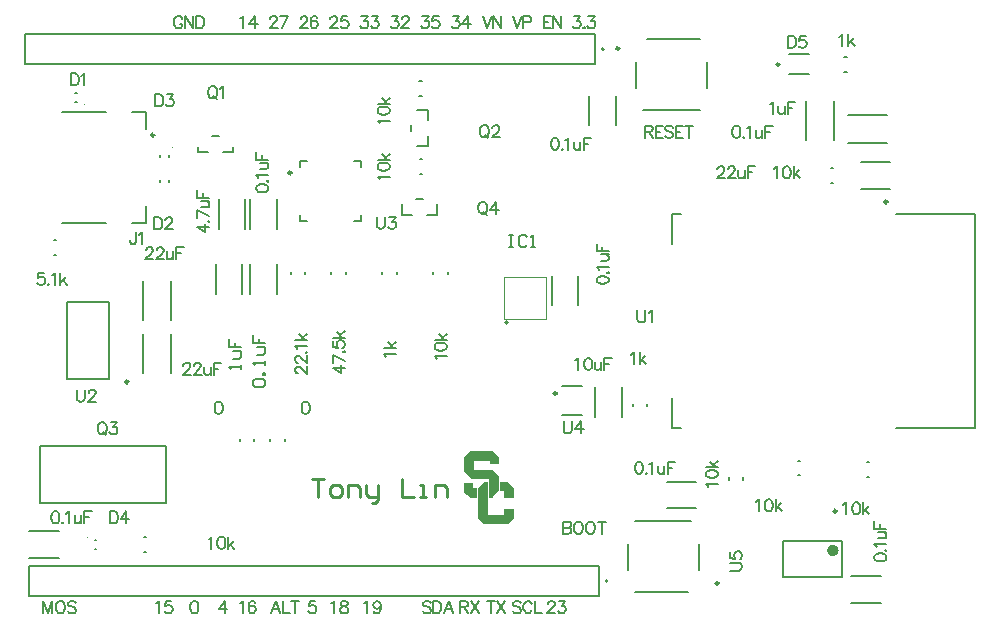
<source format=gto>
G04*
G04 #@! TF.GenerationSoftware,Altium Limited,Altium Designer,24.7.2 (38)*
G04*
G04 Layer_Color=65535*
%FSLAX44Y44*%
%MOMM*%
G71*
G04*
G04 #@! TF.SameCoordinates,1D9A9799-C8E3-4473-89B4-75341A8A5718*
G04*
G04*
G04 #@! TF.FilePolarity,Positive*
G04*
G01*
G75*
%ADD10C,0.2000*%
%ADD11C,0.1000*%
%ADD12C,0.2500*%
%ADD13C,0.5000*%
%ADD14C,0.1524*%
%ADD15C,0.2540*%
G36*
X407306Y139692D02*
X407335D01*
Y139663D01*
X407364D01*
Y139634D01*
X407393D01*
Y139605D01*
X407422D01*
Y139575D01*
X407451D01*
Y139546D01*
X407480D01*
Y139517D01*
X407509D01*
Y139488D01*
X407539D01*
Y139459D01*
X407568D01*
Y139430D01*
X407597D01*
Y139401D01*
X407626D01*
Y139372D01*
X407655D01*
Y139343D01*
X407684D01*
Y139313D01*
X407713D01*
Y139284D01*
X407742D01*
Y139255D01*
X407771D01*
Y139226D01*
X407801D01*
Y139197D01*
X407830D01*
Y139168D01*
X407859D01*
Y139139D01*
X407888D01*
Y139110D01*
X407917D01*
Y139081D01*
X407946D01*
Y139052D01*
X407975D01*
Y139022D01*
X408004D01*
Y138993D01*
X408033D01*
Y138964D01*
X408063D01*
Y138935D01*
X408092D01*
Y138906D01*
X408121D01*
Y138877D01*
X408150D01*
Y138848D01*
X408179D01*
Y138819D01*
X408208D01*
Y138790D01*
X408237D01*
Y138760D01*
X408266D01*
Y138731D01*
X408295D01*
Y138702D01*
X408324D01*
Y138673D01*
X408354D01*
Y138644D01*
X408383D01*
Y138615D01*
X408412D01*
Y138586D01*
X408441D01*
Y138557D01*
X408470D01*
Y138528D01*
X408499D01*
Y138499D01*
X408528D01*
Y138469D01*
X408557D01*
Y138440D01*
X408586D01*
Y138411D01*
X408615D01*
Y138382D01*
X408645D01*
Y138353D01*
X408674D01*
Y138324D01*
X408703D01*
Y138295D01*
X408732D01*
Y138266D01*
X408761D01*
Y138237D01*
X408790D01*
Y138208D01*
X408819D01*
Y138178D01*
X408848D01*
Y138149D01*
X408877D01*
Y138120D01*
X408907D01*
Y138091D01*
X408936D01*
Y138062D01*
X408965D01*
Y138033D01*
X408994D01*
Y138004D01*
X409023D01*
Y137975D01*
X409052D01*
Y137946D01*
X409081D01*
Y137916D01*
X409110D01*
Y137887D01*
X409139D01*
Y137858D01*
X409168D01*
Y137829D01*
X409198D01*
Y137800D01*
X409227D01*
Y137771D01*
X409256D01*
Y137742D01*
X409285D01*
Y137713D01*
X409314D01*
Y137684D01*
X409343D01*
Y137654D01*
X409372D01*
Y137625D01*
X409401D01*
Y137596D01*
X409430D01*
Y137567D01*
X409459D01*
Y137538D01*
X409489D01*
Y137509D01*
X409518D01*
Y137480D01*
X409547D01*
Y137451D01*
X409576D01*
Y137422D01*
X409605D01*
Y137393D01*
X409634D01*
Y137364D01*
X409663D01*
Y137334D01*
X409692D01*
Y137305D01*
X409721D01*
Y137276D01*
X409751D01*
Y137247D01*
X409780D01*
Y137218D01*
X409809D01*
Y137189D01*
X409838D01*
Y137160D01*
X409867D01*
Y137131D01*
X409896D01*
Y137102D01*
X409925D01*
Y137072D01*
X409954D01*
Y137043D01*
X409983D01*
Y137014D01*
X410013D01*
Y136985D01*
X410042D01*
Y136956D01*
X410071D01*
Y136927D01*
X410100D01*
Y136898D01*
X410129D01*
Y136869D01*
X410158D01*
Y136840D01*
X410187D01*
Y136811D01*
X410216D01*
Y136781D01*
X410245D01*
Y136752D01*
X410274D01*
Y136723D01*
X410303D01*
Y136694D01*
X410333D01*
Y136665D01*
X410362D01*
Y136636D01*
X410391D01*
Y136607D01*
X410420D01*
Y136578D01*
X410449D01*
Y136549D01*
X410478D01*
Y136519D01*
X410507D01*
Y136490D01*
X410536D01*
Y136461D01*
X410565D01*
Y136432D01*
X410595D01*
Y136403D01*
X410624D01*
Y136374D01*
X410653D01*
Y136345D01*
X410682D01*
Y136316D01*
X410711D01*
Y136287D01*
X410740D01*
Y136257D01*
X410769D01*
Y136228D01*
X410798D01*
Y136199D01*
X410827D01*
Y136170D01*
X410857D01*
Y136141D01*
X410886D01*
Y136112D01*
X410915D01*
Y136083D01*
X410944D01*
Y136054D01*
X410973D01*
Y136025D01*
X411002D01*
Y135996D01*
X411031D01*
Y135967D01*
X411060D01*
Y135937D01*
X411089D01*
Y135908D01*
X411118D01*
Y135879D01*
X411147D01*
Y135850D01*
X411177D01*
Y135821D01*
X411206D01*
Y135792D01*
X411235D01*
Y135763D01*
X411264D01*
Y135734D01*
X411293D01*
Y135705D01*
X411322D01*
Y135675D01*
X411351D01*
Y135646D01*
X411380D01*
Y135617D01*
X411409D01*
Y135588D01*
X411439D01*
Y135559D01*
X411468D01*
Y135530D01*
X411497D01*
Y135501D01*
X411526D01*
Y135472D01*
X411555D01*
Y135443D01*
X411584D01*
Y135414D01*
X411613D01*
Y135384D01*
X411642D01*
Y135355D01*
X411671D01*
Y135326D01*
X411701D01*
Y135297D01*
X411730D01*
Y135268D01*
X411759D01*
Y135239D01*
X411788D01*
Y135210D01*
X411817D01*
Y135181D01*
X411846D01*
Y135152D01*
X411875D01*
Y135122D01*
X411904D01*
Y135093D01*
X411933D01*
Y135064D01*
X411962D01*
Y135035D01*
X411992D01*
Y135006D01*
X412021D01*
Y134977D01*
X412050D01*
Y134948D01*
X412079D01*
Y134919D01*
X412108D01*
Y134890D01*
X412137D01*
Y134860D01*
X412166D01*
Y134831D01*
X412195D01*
Y134802D01*
X412224D01*
Y134773D01*
X412253D01*
Y134744D01*
X412283D01*
Y134715D01*
X412312D01*
Y134686D01*
X412341D01*
Y134657D01*
X412370D01*
Y134628D01*
X412399D01*
Y134599D01*
X412428D01*
Y134570D01*
X412457D01*
Y134540D01*
X412486D01*
Y134511D01*
X412515D01*
Y134482D01*
X412545D01*
Y134453D01*
X412574D01*
Y134424D01*
X412603D01*
Y134395D01*
X412632D01*
Y134366D01*
X412661D01*
Y134337D01*
X412690D01*
Y128778D01*
X404715D01*
Y131892D01*
X391269D01*
Y124412D01*
X391298D01*
Y124383D01*
X406986D01*
Y124354D01*
X407015D01*
Y124325D01*
X407044D01*
Y124296D01*
X407073D01*
Y124267D01*
X407102D01*
Y124237D01*
X407131D01*
Y124208D01*
X407160D01*
Y124179D01*
X407189D01*
Y124150D01*
X407219D01*
Y124121D01*
X407248D01*
Y124092D01*
X407277D01*
Y124063D01*
X407306D01*
Y124034D01*
X407335D01*
Y124005D01*
X407364D01*
Y123976D01*
X407393D01*
Y123947D01*
X407422D01*
Y123917D01*
X407451D01*
Y123888D01*
X407480D01*
Y123859D01*
X407509D01*
Y123830D01*
X407539D01*
Y123801D01*
X407568D01*
Y123772D01*
X407597D01*
Y123743D01*
X407626D01*
Y123714D01*
X407655D01*
Y123685D01*
X407684D01*
Y123655D01*
X407713D01*
Y123626D01*
X407742D01*
Y123597D01*
X407771D01*
Y123568D01*
X407801D01*
Y123539D01*
X407830D01*
Y123510D01*
X407859D01*
Y123481D01*
X407888D01*
Y123452D01*
X407917D01*
Y123423D01*
X407946D01*
Y123393D01*
X407975D01*
Y123364D01*
X408004D01*
Y123335D01*
X408033D01*
Y123306D01*
X408063D01*
Y123277D01*
X408092D01*
Y123248D01*
X408121D01*
Y123219D01*
X408150D01*
Y123190D01*
X408179D01*
Y123161D01*
X408208D01*
Y123132D01*
X408237D01*
Y123102D01*
X408266D01*
Y123073D01*
X408295D01*
Y123044D01*
X408324D01*
Y123015D01*
X408354D01*
Y122986D01*
X408383D01*
Y122957D01*
X408412D01*
Y122928D01*
X408441D01*
Y122899D01*
X408470D01*
Y122870D01*
X408499D01*
Y122840D01*
X408528D01*
Y122811D01*
X408557D01*
Y122782D01*
X408586D01*
Y122753D01*
X408615D01*
Y122724D01*
X408645D01*
Y122695D01*
X408674D01*
Y122666D01*
X408703D01*
Y122637D01*
X408732D01*
Y122608D01*
X408761D01*
Y122579D01*
X408790D01*
Y122549D01*
X408819D01*
Y122520D01*
X408848D01*
Y122491D01*
X408877D01*
Y122462D01*
X408907D01*
Y122433D01*
X408936D01*
Y122404D01*
X408965D01*
Y122375D01*
X408994D01*
Y122346D01*
X409023D01*
Y122317D01*
X409052D01*
Y122288D01*
X409081D01*
Y122258D01*
X409110D01*
Y122229D01*
X409139D01*
Y122200D01*
X409168D01*
Y122171D01*
X409198D01*
Y122142D01*
X409227D01*
Y122113D01*
X409256D01*
Y122084D01*
X409285D01*
Y122055D01*
X409314D01*
Y122026D01*
X409343D01*
Y121996D01*
X409372D01*
Y121967D01*
X409401D01*
Y121938D01*
X409430D01*
Y121909D01*
X409459D01*
Y121880D01*
X409489D01*
Y121851D01*
X409518D01*
Y121822D01*
X409547D01*
Y121793D01*
X409576D01*
Y121764D01*
X409605D01*
Y121735D01*
X409634D01*
Y121705D01*
X409663D01*
Y121676D01*
X409692D01*
Y121647D01*
X409721D01*
Y121618D01*
X409751D01*
Y121589D01*
X409780D01*
Y121560D01*
X409809D01*
Y121531D01*
X409838D01*
Y121502D01*
X409867D01*
Y121473D01*
X409896D01*
Y121444D01*
X409925D01*
Y121414D01*
X409954D01*
Y121385D01*
X409983D01*
Y121356D01*
X410013D01*
Y121327D01*
X410042D01*
Y121298D01*
X410071D01*
Y121269D01*
X410100D01*
Y121240D01*
X410129D01*
Y121211D01*
X410158D01*
Y121182D01*
X410187D01*
Y121152D01*
X410216D01*
Y121123D01*
X410245D01*
Y121094D01*
X410274D01*
Y121065D01*
X410303D01*
Y121036D01*
X410333D01*
Y121007D01*
X410362D01*
Y120978D01*
X410391D01*
Y120949D01*
X410420D01*
Y120920D01*
X410449D01*
Y120891D01*
X410478D01*
Y120861D01*
X410507D01*
Y120832D01*
X410536D01*
Y120803D01*
X410565D01*
Y120774D01*
X410595D01*
Y120745D01*
X410624D01*
Y120716D01*
X410653D01*
Y120687D01*
X410682D01*
Y120658D01*
X410711D01*
Y120629D01*
X410740D01*
Y120599D01*
X410769D01*
Y120570D01*
X410798D01*
Y120541D01*
X410827D01*
Y120512D01*
X410857D01*
Y120483D01*
X410886D01*
Y120454D01*
X410915D01*
Y120425D01*
X410944D01*
Y120396D01*
X410973D01*
Y120367D01*
X411002D01*
Y120338D01*
X411031D01*
Y120308D01*
X411060D01*
Y120279D01*
X411089D01*
Y120250D01*
X411118D01*
Y120221D01*
X411147D01*
Y120192D01*
X411177D01*
Y120163D01*
X411206D01*
Y120134D01*
X411235D01*
Y120105D01*
X411264D01*
Y120076D01*
X411293D01*
Y120047D01*
X411322D01*
Y120017D01*
X411351D01*
Y119988D01*
X411380D01*
Y119959D01*
X411409D01*
Y119930D01*
X411439D01*
Y119901D01*
X411468D01*
Y119872D01*
X411497D01*
Y119843D01*
X411526D01*
Y119814D01*
X411555D01*
Y119785D01*
X411584D01*
Y119755D01*
X411613D01*
Y119726D01*
X411642D01*
Y119697D01*
X411671D01*
Y119668D01*
X411701D01*
Y119639D01*
X411730D01*
Y119610D01*
X411759D01*
Y119581D01*
X411788D01*
Y119552D01*
X411817D01*
Y119523D01*
X411846D01*
Y119494D01*
X411875D01*
Y119464D01*
X411904D01*
Y119435D01*
X411933D01*
Y119406D01*
X411962D01*
Y119377D01*
X411992D01*
Y119348D01*
X412021D01*
Y119319D01*
X412050D01*
Y119290D01*
X412079D01*
Y119261D01*
X412108D01*
Y119232D01*
X412137D01*
Y119202D01*
X412166D01*
Y119173D01*
X412195D01*
Y119144D01*
X412224D01*
Y119115D01*
X412253D01*
Y119086D01*
X412283D01*
Y119057D01*
X412312D01*
Y119028D01*
X412341D01*
Y118999D01*
X412370D01*
Y118970D01*
X412399D01*
Y118941D01*
X412428D01*
Y118911D01*
X412457D01*
Y118882D01*
X412486D01*
Y118853D01*
X412515D01*
Y118824D01*
X412545D01*
Y118795D01*
X412574D01*
Y118766D01*
X412603D01*
Y118737D01*
X412632D01*
Y118708D01*
X412661D01*
Y118679D01*
X412690D01*
Y106513D01*
Y106484D01*
Y106280D01*
X412661D01*
Y106251D01*
X412632D01*
Y106222D01*
X412603D01*
Y106193D01*
X412574D01*
Y106164D01*
X412545D01*
Y106135D01*
X412515D01*
Y106106D01*
X412486D01*
Y106076D01*
X412457D01*
Y106047D01*
X412428D01*
Y106018D01*
X412399D01*
Y105989D01*
X412370D01*
Y105960D01*
X412341D01*
Y105931D01*
X412312D01*
Y105902D01*
X412283D01*
Y105873D01*
X412253D01*
Y105844D01*
X412224D01*
Y105815D01*
X412195D01*
Y105786D01*
X412166D01*
Y105756D01*
X412137D01*
Y105727D01*
X412108D01*
Y105698D01*
X412079D01*
Y105669D01*
X412050D01*
Y105640D01*
X412021D01*
Y105611D01*
X411992D01*
Y105582D01*
X411962D01*
Y105524D01*
X411933D01*
Y105494D01*
X411904D01*
Y105465D01*
X411875D01*
Y105436D01*
X411846D01*
Y105407D01*
X411817D01*
Y105378D01*
X411788D01*
Y105349D01*
X411759D01*
Y105320D01*
X411730D01*
Y105291D01*
X411701D01*
Y105262D01*
X411671D01*
Y105232D01*
X411642D01*
Y105203D01*
X411613D01*
Y105174D01*
X411584D01*
Y105145D01*
X411555D01*
Y105116D01*
X411526D01*
Y105087D01*
X411497D01*
Y105058D01*
X411468D01*
Y105029D01*
X411439D01*
Y105000D01*
X411409D01*
Y104971D01*
X411380D01*
Y104941D01*
X411351D01*
Y104912D01*
X411322D01*
Y104883D01*
X411293D01*
Y104854D01*
X411264D01*
Y104825D01*
X411235D01*
Y104796D01*
X411206D01*
Y104767D01*
X411177D01*
Y104738D01*
X411147D01*
Y104709D01*
X411118D01*
Y104679D01*
X411089D01*
Y104650D01*
X411060D01*
Y104621D01*
X411031D01*
Y104563D01*
X411002D01*
Y104534D01*
X410973D01*
Y104505D01*
X410944D01*
Y104476D01*
X410915D01*
Y104447D01*
X410886D01*
Y104418D01*
X410857D01*
Y104389D01*
X410827D01*
Y104359D01*
X410798D01*
Y104330D01*
X410769D01*
Y104301D01*
X410740D01*
Y104272D01*
X410711D01*
Y104243D01*
X410682D01*
Y104214D01*
X410653D01*
Y104185D01*
X410624D01*
Y104156D01*
X410595D01*
Y104127D01*
X410565D01*
Y104097D01*
X410536D01*
Y104068D01*
X410507D01*
Y104039D01*
X410478D01*
Y104010D01*
X410449D01*
Y103981D01*
X410420D01*
Y103952D01*
X410391D01*
Y103923D01*
X410362D01*
Y103894D01*
X410333D01*
Y103865D01*
X410303D01*
Y103835D01*
X410274D01*
Y103806D01*
X410245D01*
Y103777D01*
X410216D01*
Y103748D01*
X410187D01*
Y103719D01*
X410158D01*
Y103690D01*
X410129D01*
Y103661D01*
X410100D01*
Y103603D01*
X410071D01*
Y103574D01*
X410042D01*
Y103544D01*
X410013D01*
Y103515D01*
X409983D01*
Y103486D01*
X409954D01*
Y103457D01*
X409925D01*
Y103428D01*
X409896D01*
Y103399D01*
X409867D01*
Y103370D01*
X409838D01*
Y103341D01*
X409809D01*
Y103312D01*
X409780D01*
Y103282D01*
X409751D01*
Y103253D01*
X409721D01*
Y103224D01*
X409692D01*
Y103195D01*
X409663D01*
Y103166D01*
X409634D01*
Y103137D01*
X409605D01*
Y103108D01*
X409576D01*
Y103079D01*
X409547D01*
Y103050D01*
X409518D01*
Y103021D01*
X409489D01*
Y102992D01*
X409459D01*
Y102962D01*
X409430D01*
Y102933D01*
X409401D01*
Y102904D01*
X409372D01*
Y102875D01*
X409343D01*
Y102846D01*
X409314D01*
Y102817D01*
X409285D01*
Y102788D01*
X409256D01*
Y102759D01*
X409227D01*
Y102730D01*
X409198D01*
Y102700D01*
X409168D01*
Y102642D01*
X409139D01*
Y102613D01*
X409110D01*
Y102584D01*
X409081D01*
Y102555D01*
X409052D01*
Y102526D01*
X409023D01*
Y102497D01*
X408994D01*
Y102468D01*
X408965D01*
Y102438D01*
X408936D01*
Y102409D01*
X408907D01*
Y102380D01*
X408877D01*
Y102351D01*
X408848D01*
Y102322D01*
X408819D01*
Y102293D01*
X408790D01*
Y102264D01*
X408761D01*
Y102235D01*
X408732D01*
Y102206D01*
X408703D01*
Y102177D01*
X408674D01*
Y102147D01*
X408645D01*
Y102118D01*
X408615D01*
Y102089D01*
X408586D01*
Y102060D01*
X408557D01*
Y102031D01*
X408528D01*
Y102002D01*
X408499D01*
Y101973D01*
X408470D01*
Y101944D01*
X408441D01*
Y101915D01*
X408412D01*
Y101885D01*
X408383D01*
Y101856D01*
X408354D01*
Y101827D01*
X408324D01*
Y101798D01*
X408295D01*
Y101769D01*
X408266D01*
Y101740D01*
X408237D01*
Y101682D01*
X408208D01*
Y101653D01*
X408179D01*
Y101624D01*
X408150D01*
Y101594D01*
X408121D01*
Y101565D01*
X408092D01*
Y101536D01*
X408063D01*
Y101507D01*
X408033D01*
Y101478D01*
X408004D01*
Y101449D01*
X407975D01*
Y101420D01*
X407946D01*
Y101391D01*
X407917D01*
Y101362D01*
X407888D01*
Y101333D01*
X407859D01*
Y101303D01*
X407830D01*
Y101274D01*
X407801D01*
Y101245D01*
X407771D01*
Y101216D01*
X407742D01*
Y101187D01*
X407713D01*
Y101158D01*
X407684D01*
Y101129D01*
X407655D01*
Y101100D01*
X407626D01*
Y101071D01*
X407597D01*
Y101041D01*
X407568D01*
Y101012D01*
X407539D01*
Y100983D01*
X407509D01*
Y100954D01*
X407480D01*
Y100925D01*
X407451D01*
Y100896D01*
X407422D01*
Y100867D01*
X407393D01*
Y100838D01*
X407364D01*
Y100809D01*
X407335D01*
Y100780D01*
X407306D01*
Y100721D01*
X407277D01*
Y100692D01*
X407248D01*
Y100663D01*
X407219D01*
Y100634D01*
X407189D01*
Y100605D01*
X407160D01*
Y100576D01*
X404366D01*
Y116583D01*
X388854D01*
Y116612D01*
X388825D01*
Y116641D01*
X388796D01*
Y116670D01*
X388766D01*
Y116699D01*
X388737D01*
Y116729D01*
X388708D01*
Y116758D01*
X388679D01*
Y116787D01*
X388650D01*
Y116816D01*
X388621D01*
Y116845D01*
X388592D01*
Y116874D01*
X388563D01*
Y116903D01*
X388534D01*
Y116932D01*
X388504D01*
Y116961D01*
X388475D01*
Y116991D01*
X388446D01*
Y117020D01*
X388417D01*
Y117049D01*
X388388D01*
Y117078D01*
X388359D01*
Y117107D01*
X388330D01*
Y117136D01*
X388301D01*
Y117165D01*
X388272D01*
Y117194D01*
X388243D01*
Y117223D01*
X388213D01*
Y117253D01*
X388184D01*
Y117282D01*
X388155D01*
Y117311D01*
X388126D01*
Y117340D01*
X388097D01*
Y117369D01*
X388068D01*
Y117398D01*
X388039D01*
Y117427D01*
X388010D01*
Y117456D01*
X387981D01*
Y117485D01*
X387952D01*
Y117514D01*
X387922D01*
Y117544D01*
X387893D01*
Y117573D01*
X387864D01*
Y117602D01*
X387835D01*
Y117631D01*
X387806D01*
Y117660D01*
X387777D01*
Y117689D01*
X387748D01*
Y117718D01*
X387719D01*
Y117747D01*
X387690D01*
Y117776D01*
X387660D01*
Y117806D01*
X387631D01*
Y117835D01*
X387602D01*
Y117864D01*
X387573D01*
Y117893D01*
X387544D01*
Y117922D01*
X387515D01*
Y117951D01*
X387486D01*
Y117980D01*
X387457D01*
Y118009D01*
X387428D01*
Y118038D01*
X387398D01*
Y118067D01*
X387369D01*
Y118097D01*
X387340D01*
Y118126D01*
X387311D01*
Y118155D01*
X387282D01*
Y118184D01*
X387253D01*
Y118213D01*
X387224D01*
Y118242D01*
X387195D01*
Y118271D01*
X387166D01*
Y118300D01*
X387137D01*
Y118329D01*
X387108D01*
Y118358D01*
X387078D01*
Y118388D01*
X387049D01*
Y118417D01*
X387020D01*
Y118446D01*
X386991D01*
Y118475D01*
X386962D01*
Y118504D01*
X386933D01*
Y118533D01*
X386904D01*
Y118562D01*
X386875D01*
Y118591D01*
X386846D01*
Y118620D01*
X386816D01*
Y118650D01*
X386787D01*
Y118679D01*
X386758D01*
Y118708D01*
X386729D01*
Y118737D01*
X386700D01*
Y118766D01*
X386671D01*
Y118795D01*
X386642D01*
Y118824D01*
X386613D01*
Y118853D01*
X386584D01*
Y118882D01*
X386554D01*
Y118911D01*
X386525D01*
Y118941D01*
X386496D01*
Y118970D01*
X386467D01*
Y118999D01*
X386438D01*
Y119028D01*
X386409D01*
Y119057D01*
X386380D01*
Y119086D01*
X386351D01*
Y119115D01*
X386322D01*
Y119144D01*
X386293D01*
Y119173D01*
X386264D01*
Y119202D01*
X386234D01*
Y119232D01*
X386205D01*
Y119261D01*
X386176D01*
Y119290D01*
X386147D01*
Y119319D01*
X386118D01*
Y119348D01*
X386089D01*
Y119377D01*
X386060D01*
Y119406D01*
X386031D01*
Y119435D01*
X386002D01*
Y119464D01*
X385972D01*
Y119494D01*
X385943D01*
Y119523D01*
X385914D01*
Y119552D01*
X385885D01*
Y119581D01*
X385856D01*
Y119610D01*
X385827D01*
Y119639D01*
X385798D01*
Y119668D01*
X385769D01*
Y119697D01*
X385740D01*
Y119726D01*
X385710D01*
Y119755D01*
X385681D01*
Y119785D01*
X385652D01*
Y119814D01*
X385623D01*
Y119843D01*
X385594D01*
Y119872D01*
X385565D01*
Y119901D01*
X385536D01*
Y119930D01*
X385507D01*
Y119959D01*
X385478D01*
Y119988D01*
X385449D01*
Y120017D01*
X385419D01*
Y120047D01*
X385390D01*
Y120076D01*
X385361D01*
Y120105D01*
X385332D01*
Y120134D01*
X385303D01*
Y120163D01*
X385274D01*
Y120192D01*
X385245D01*
Y120221D01*
X385216D01*
Y120250D01*
X385187D01*
Y120279D01*
X385158D01*
Y120308D01*
X385128D01*
Y120338D01*
X385099D01*
Y120367D01*
X385070D01*
Y120396D01*
X385041D01*
Y120425D01*
X385012D01*
Y120454D01*
X384983D01*
Y120483D01*
X384954D01*
Y120512D01*
X384925D01*
Y120541D01*
X384896D01*
Y120570D01*
X384866D01*
Y120599D01*
X384837D01*
Y120629D01*
X384808D01*
Y120658D01*
X384779D01*
Y120687D01*
X384750D01*
Y120716D01*
X384721D01*
Y120745D01*
X384692D01*
Y120774D01*
X384663D01*
Y120803D01*
X384634D01*
Y120832D01*
X384604D01*
Y120861D01*
X384575D01*
Y120891D01*
X384546D01*
Y120920D01*
X384517D01*
Y120949D01*
X384488D01*
Y120978D01*
X384459D01*
Y121007D01*
X384430D01*
Y121036D01*
X384401D01*
Y121065D01*
X384372D01*
Y121094D01*
X384343D01*
Y121123D01*
X384314D01*
Y121152D01*
X384284D01*
Y121182D01*
X384255D01*
Y121211D01*
X384226D01*
Y121240D01*
X384197D01*
Y121269D01*
X384168D01*
Y121298D01*
X384139D01*
Y121327D01*
X384110D01*
Y121356D01*
X384081D01*
Y121385D01*
X384052D01*
Y121414D01*
X384022D01*
Y121444D01*
X383993D01*
Y121473D01*
X383964D01*
Y121502D01*
X383935D01*
Y121531D01*
X383906D01*
Y121560D01*
X383877D01*
Y121589D01*
X383848D01*
Y121618D01*
X383819D01*
Y121647D01*
X383790D01*
Y121676D01*
X383760D01*
Y121705D01*
X383731D01*
Y121735D01*
X383702D01*
Y121764D01*
X383673D01*
Y121793D01*
X383644D01*
Y121822D01*
X383615D01*
Y121851D01*
X383586D01*
Y121880D01*
X383557D01*
Y121909D01*
X383528D01*
Y121938D01*
X383499D01*
Y121967D01*
X383470D01*
Y121996D01*
X383440D01*
Y122026D01*
X383411D01*
Y122055D01*
X383382D01*
Y122084D01*
X383353D01*
Y122113D01*
X383324D01*
Y122142D01*
X383295D01*
Y122171D01*
X383266D01*
Y122200D01*
X383237D01*
Y122229D01*
X383208D01*
Y122258D01*
X383178D01*
Y122288D01*
X383149D01*
Y122317D01*
X383120D01*
Y122346D01*
X383091D01*
Y122375D01*
X383062D01*
Y122404D01*
X383033D01*
Y122433D01*
X383004D01*
Y122462D01*
X382975D01*
Y122491D01*
X382946D01*
Y133987D01*
X382975D01*
Y134017D01*
X383004D01*
Y134046D01*
X383033D01*
Y134075D01*
X383062D01*
Y134104D01*
X383091D01*
Y134133D01*
X383120D01*
Y134162D01*
X383149D01*
Y134191D01*
X383178D01*
Y134220D01*
X383208D01*
Y134249D01*
X383237D01*
Y134278D01*
X383266D01*
Y134308D01*
X383295D01*
Y134337D01*
X383324D01*
Y134366D01*
X383353D01*
Y134395D01*
X383382D01*
Y134424D01*
X383411D01*
Y134453D01*
X383440D01*
Y134482D01*
X383470D01*
Y134511D01*
X383499D01*
Y134540D01*
X383528D01*
Y134570D01*
X383557D01*
Y134599D01*
X383586D01*
Y134628D01*
X383615D01*
Y134657D01*
X383644D01*
Y134686D01*
X383673D01*
Y134715D01*
X383702D01*
Y134744D01*
X383731D01*
Y134773D01*
X383760D01*
Y134802D01*
X383790D01*
Y134831D01*
X383819D01*
Y134860D01*
X383848D01*
Y134890D01*
X383877D01*
Y134919D01*
X383906D01*
Y134948D01*
X383935D01*
Y134977D01*
X383964D01*
Y135006D01*
X383993D01*
Y135035D01*
X384022D01*
Y135064D01*
X384052D01*
Y135093D01*
X384081D01*
Y135122D01*
X384110D01*
Y135152D01*
X384139D01*
Y135181D01*
X384168D01*
Y135210D01*
X384197D01*
Y135239D01*
X384226D01*
Y135268D01*
X384255D01*
Y135297D01*
X384284D01*
Y135326D01*
X384314D01*
Y135355D01*
X384343D01*
Y135384D01*
X384372D01*
Y135414D01*
X384401D01*
Y135443D01*
X384430D01*
Y135472D01*
X384459D01*
Y135501D01*
X384488D01*
Y135530D01*
X384517D01*
Y135559D01*
X384546D01*
Y135588D01*
X384575D01*
Y135617D01*
X384604D01*
Y135646D01*
X384634D01*
Y135675D01*
X384663D01*
Y135705D01*
X384692D01*
Y135734D01*
X384721D01*
Y135763D01*
X384750D01*
Y135792D01*
X384779D01*
Y135821D01*
X384808D01*
Y135850D01*
X384837D01*
Y135879D01*
X384866D01*
Y135908D01*
X384896D01*
Y135937D01*
X384925D01*
Y135967D01*
X384954D01*
Y135996D01*
X384983D01*
Y136025D01*
X385012D01*
Y136054D01*
X385041D01*
Y136083D01*
X385070D01*
Y136112D01*
X385099D01*
Y136141D01*
X385128D01*
Y136170D01*
X385158D01*
Y136199D01*
X385187D01*
Y136228D01*
X385216D01*
Y136257D01*
X385245D01*
Y136287D01*
X385274D01*
Y136316D01*
X385303D01*
Y136345D01*
X385332D01*
Y136374D01*
X385361D01*
Y136403D01*
X385390D01*
Y136432D01*
X385419D01*
Y136461D01*
X385449D01*
Y136490D01*
X385478D01*
Y136519D01*
X385507D01*
Y136549D01*
X385536D01*
Y136578D01*
X385565D01*
Y136607D01*
X385594D01*
Y136636D01*
X385623D01*
Y136665D01*
X385652D01*
Y136694D01*
X385681D01*
Y136723D01*
X385710D01*
Y136752D01*
X385740D01*
Y136781D01*
X385769D01*
Y136811D01*
X385798D01*
Y136840D01*
X385827D01*
Y136869D01*
X385856D01*
Y136898D01*
X385885D01*
Y136927D01*
X385914D01*
Y136956D01*
X385943D01*
Y136985D01*
X385972D01*
Y137014D01*
X386002D01*
Y137043D01*
X386031D01*
Y137072D01*
X386060D01*
Y137102D01*
X386089D01*
Y137131D01*
X386118D01*
Y137160D01*
X386147D01*
Y137189D01*
X386176D01*
Y137218D01*
X386205D01*
Y137247D01*
X386234D01*
Y137276D01*
X386264D01*
Y137305D01*
X386293D01*
Y137334D01*
X386322D01*
Y137364D01*
X386351D01*
Y137393D01*
X386380D01*
Y137422D01*
X386409D01*
Y137451D01*
X386438D01*
Y137480D01*
X386467D01*
Y137509D01*
X386496D01*
Y137538D01*
X386525D01*
Y137567D01*
X386554D01*
Y137596D01*
X386584D01*
Y137625D01*
X386613D01*
Y137654D01*
X386642D01*
Y137684D01*
X386671D01*
Y137713D01*
X386700D01*
Y137742D01*
X386729D01*
Y137771D01*
X386758D01*
Y137800D01*
X386787D01*
Y137829D01*
X386816D01*
Y137858D01*
X386846D01*
Y137887D01*
X386875D01*
Y137916D01*
X386904D01*
Y137946D01*
X386933D01*
Y137975D01*
X386962D01*
Y138004D01*
X386991D01*
Y138033D01*
X387020D01*
Y138062D01*
X387049D01*
Y138091D01*
X387078D01*
Y138120D01*
X387108D01*
Y138149D01*
X387137D01*
Y138178D01*
X387166D01*
Y138208D01*
X387195D01*
Y138237D01*
X387224D01*
Y138266D01*
X387253D01*
Y138295D01*
X387282D01*
Y138324D01*
X387311D01*
Y138353D01*
X387340D01*
Y138382D01*
X387369D01*
Y138411D01*
X387398D01*
Y138440D01*
X387428D01*
Y138469D01*
X387457D01*
Y138499D01*
X387486D01*
Y138528D01*
X387515D01*
Y138557D01*
X387544D01*
Y138586D01*
X387573D01*
Y138615D01*
X387602D01*
Y138644D01*
X387631D01*
Y138673D01*
X387660D01*
Y138702D01*
X387690D01*
Y138731D01*
X387719D01*
Y138760D01*
X387748D01*
Y138790D01*
X387777D01*
Y138819D01*
X387806D01*
Y138848D01*
X387835D01*
Y138877D01*
X387864D01*
Y138906D01*
X387893D01*
Y138935D01*
X387922D01*
Y138964D01*
X387952D01*
Y138993D01*
X387981D01*
Y139022D01*
X388010D01*
Y139052D01*
X388039D01*
Y139081D01*
X388068D01*
Y139110D01*
X388097D01*
Y139139D01*
X388126D01*
Y139168D01*
X388155D01*
Y139197D01*
X388184D01*
Y139226D01*
X388213D01*
Y139255D01*
X388243D01*
Y139284D01*
X388272D01*
Y139313D01*
X388301D01*
Y139343D01*
X388330D01*
Y139372D01*
X388359D01*
Y139401D01*
X388388D01*
Y139430D01*
X388417D01*
Y139459D01*
X388446D01*
Y139488D01*
X388475D01*
Y139517D01*
X388504D01*
Y139546D01*
X388534D01*
Y139575D01*
X388563D01*
Y139605D01*
X388592D01*
Y139634D01*
X388621D01*
Y139663D01*
X388650D01*
Y139692D01*
X388679D01*
Y139721D01*
X407306D01*
Y139692D01*
D02*
G37*
G36*
X420170Y113760D02*
X420228D01*
Y113731D01*
X420257D01*
Y113702D01*
X420286D01*
Y113673D01*
X420315D01*
Y113644D01*
X420344D01*
Y113615D01*
X420374D01*
Y113585D01*
X420403D01*
Y113556D01*
X420432D01*
Y113527D01*
X420461D01*
Y113498D01*
X420490D01*
Y113469D01*
X420519D01*
Y113440D01*
X420548D01*
Y113411D01*
X420577D01*
Y113382D01*
X420606D01*
Y113353D01*
X420635D01*
Y113323D01*
X420665D01*
Y113294D01*
X420694D01*
Y113265D01*
X420723D01*
Y113236D01*
X420752D01*
Y113207D01*
X420781D01*
Y113178D01*
X420810D01*
Y113149D01*
X420839D01*
Y113120D01*
X420868D01*
Y113091D01*
X420897D01*
Y113062D01*
X420927D01*
Y113032D01*
X420956D01*
Y113003D01*
X420985D01*
Y112974D01*
X421014D01*
Y112945D01*
X421043D01*
Y112916D01*
X421072D01*
Y112887D01*
X421101D01*
Y112858D01*
X421130D01*
Y112829D01*
X421159D01*
Y112800D01*
X421189D01*
Y112771D01*
X421218D01*
Y112741D01*
X421247D01*
Y112712D01*
X421276D01*
Y112683D01*
X421305D01*
Y112654D01*
X421334D01*
Y112625D01*
X421363D01*
Y112596D01*
X421392D01*
Y112567D01*
X421421D01*
Y112538D01*
X421450D01*
Y112508D01*
X421479D01*
Y112479D01*
X421509D01*
Y112450D01*
X421538D01*
Y112421D01*
X421567D01*
Y112392D01*
X421596D01*
Y112363D01*
X421625D01*
Y112334D01*
X421654D01*
Y112305D01*
X421683D01*
Y112276D01*
X421712D01*
Y112247D01*
X421741D01*
Y112218D01*
X421771D01*
Y112188D01*
X421800D01*
Y112159D01*
X421829D01*
Y112130D01*
X421858D01*
Y112101D01*
X421887D01*
Y112072D01*
X421916D01*
Y112043D01*
X421945D01*
Y112014D01*
X421974D01*
Y111985D01*
X422003D01*
Y111956D01*
X422033D01*
Y111926D01*
X422062D01*
Y111897D01*
X422091D01*
Y111868D01*
X422120D01*
Y111839D01*
X422149D01*
Y111810D01*
X422178D01*
Y111781D01*
X422207D01*
Y111752D01*
X422236D01*
Y111723D01*
X422265D01*
Y111694D01*
X422294D01*
Y111664D01*
X422323D01*
Y111635D01*
X422353D01*
Y111606D01*
X422382D01*
Y111577D01*
X422411D01*
Y111548D01*
X422440D01*
Y111519D01*
X422469D01*
Y111490D01*
X422498D01*
Y111461D01*
X422527D01*
Y111432D01*
X422556D01*
Y111403D01*
X422585D01*
Y111374D01*
X422615D01*
Y111344D01*
X422644D01*
Y111315D01*
X422673D01*
Y111286D01*
X422702D01*
Y111257D01*
X422731D01*
Y111228D01*
X422760D01*
Y111199D01*
X422789D01*
Y111170D01*
X422818D01*
Y111141D01*
X422847D01*
Y111111D01*
X422877D01*
Y111082D01*
X422906D01*
Y111053D01*
X422935D01*
Y111024D01*
X422964D01*
Y110995D01*
X422993D01*
Y110966D01*
X423022D01*
Y110937D01*
X423051D01*
Y110908D01*
X423080D01*
Y110879D01*
X423109D01*
Y110850D01*
X423138D01*
Y110821D01*
X423168D01*
Y110791D01*
X423197D01*
Y110762D01*
X423226D01*
Y110733D01*
X423255D01*
Y110704D01*
X423284D01*
Y110675D01*
X423313D01*
Y110646D01*
X423342D01*
Y110617D01*
X423371D01*
Y110588D01*
X423400D01*
Y110559D01*
X423429D01*
Y110529D01*
X423459D01*
Y110500D01*
X423488D01*
Y110471D01*
X423517D01*
Y110442D01*
X423546D01*
Y110413D01*
X423575D01*
Y110384D01*
X423604D01*
Y110355D01*
X423633D01*
Y110326D01*
X423662D01*
Y110297D01*
X423691D01*
Y110267D01*
X423721D01*
Y110238D01*
X423750D01*
Y110209D01*
X423779D01*
Y110180D01*
X423808D01*
Y110151D01*
X423837D01*
Y110122D01*
X423866D01*
Y110093D01*
X423895D01*
Y110064D01*
X423924D01*
Y110035D01*
X423953D01*
Y110006D01*
X423983D01*
Y109977D01*
X424012D01*
Y109947D01*
X424041D01*
Y109918D01*
X424070D01*
Y109889D01*
X424099D01*
Y109860D01*
X424128D01*
Y109831D01*
X424157D01*
Y109802D01*
X424186D01*
Y109773D01*
X424215D01*
Y109744D01*
X424244D01*
Y109714D01*
X424273D01*
Y109685D01*
X424303D01*
Y109656D01*
X424332D01*
Y109627D01*
X424361D01*
Y109598D01*
X424390D01*
Y109569D01*
X424419D01*
Y109540D01*
X424448D01*
Y109511D01*
X424477D01*
Y109482D01*
X424506D01*
Y109453D01*
X424535D01*
Y109424D01*
X424565D01*
Y109394D01*
X424594D01*
Y109365D01*
X424623D01*
Y109336D01*
X424652D01*
Y109307D01*
X424681D01*
Y109278D01*
X424710D01*
Y109249D01*
X424739D01*
Y109220D01*
X424768D01*
Y109191D01*
X424797D01*
Y109162D01*
X424827D01*
Y109132D01*
X424856D01*
Y109103D01*
X424885D01*
Y109074D01*
X424914D01*
Y109045D01*
X424943D01*
Y109016D01*
X424972D01*
Y108987D01*
X425001D01*
Y108958D01*
X425030D01*
Y108929D01*
X425059D01*
Y108900D01*
X425088D01*
Y108870D01*
X425117D01*
Y108841D01*
X425147D01*
Y108812D01*
X425176D01*
Y108783D01*
X425205D01*
Y108754D01*
X425234D01*
Y105611D01*
X425263D01*
Y101303D01*
X425234D01*
Y100576D01*
X416881D01*
Y106135D01*
X413767D01*
Y113265D01*
Y113294D01*
Y113789D01*
X420170D01*
Y113760D01*
D02*
G37*
G36*
X390920Y108580D02*
X390949D01*
Y108550D01*
X394238D01*
Y100576D01*
X387952D01*
Y100605D01*
X387922D01*
Y100634D01*
X387893D01*
Y100663D01*
X387864D01*
Y100692D01*
X387835D01*
Y100721D01*
X387806D01*
Y100750D01*
X387777D01*
Y100780D01*
X387748D01*
Y100809D01*
X387719D01*
Y100838D01*
X387690D01*
Y100867D01*
X387660D01*
Y100896D01*
X387631D01*
Y100925D01*
X387602D01*
Y100954D01*
X387573D01*
Y100983D01*
X387544D01*
Y101012D01*
X387515D01*
Y101041D01*
X387486D01*
Y101071D01*
X387457D01*
Y101100D01*
X387428D01*
Y101129D01*
X387398D01*
Y101158D01*
X387369D01*
Y101187D01*
X387340D01*
Y101216D01*
X387311D01*
Y101245D01*
X387282D01*
Y101274D01*
X387253D01*
Y101303D01*
X387224D01*
Y101333D01*
X387195D01*
Y101362D01*
X387137D01*
Y101391D01*
X387108D01*
Y101420D01*
X387078D01*
Y101449D01*
X387049D01*
Y101478D01*
X387020D01*
Y101507D01*
X386991D01*
Y101536D01*
X386962D01*
Y101565D01*
X386933D01*
Y101594D01*
X386904D01*
Y101624D01*
X386875D01*
Y101653D01*
X386846D01*
Y101682D01*
X386816D01*
Y101711D01*
X386787D01*
Y101740D01*
X386758D01*
Y101769D01*
X386729D01*
Y101798D01*
X386700D01*
Y101827D01*
X386671D01*
Y101856D01*
X386642D01*
Y101885D01*
X386613D01*
Y101915D01*
X386584D01*
Y101944D01*
X386554D01*
Y101973D01*
X386525D01*
Y102002D01*
X386496D01*
Y102031D01*
X386467D01*
Y102060D01*
X386438D01*
Y102089D01*
X386409D01*
Y102118D01*
X386380D01*
Y102147D01*
X386351D01*
Y102177D01*
X386293D01*
Y102206D01*
X386264D01*
Y102235D01*
X386234D01*
Y102264D01*
X386205D01*
Y102293D01*
X386176D01*
Y102322D01*
X386147D01*
Y102351D01*
X386118D01*
Y102380D01*
X386089D01*
Y102409D01*
X386060D01*
Y102438D01*
X386031D01*
Y102468D01*
X386002D01*
Y102497D01*
X385972D01*
Y102526D01*
X385943D01*
Y102555D01*
X385914D01*
Y102584D01*
X385885D01*
Y102613D01*
X385856D01*
Y102642D01*
X385827D01*
Y102671D01*
X385798D01*
Y102700D01*
X385769D01*
Y102730D01*
X385740D01*
Y102759D01*
X385710D01*
Y102788D01*
X385681D01*
Y102817D01*
X385652D01*
Y102846D01*
X385623D01*
Y102875D01*
X385594D01*
Y102904D01*
X385565D01*
Y102933D01*
X385536D01*
Y102962D01*
X385507D01*
Y102992D01*
X385449D01*
Y103021D01*
X385419D01*
Y103050D01*
X385390D01*
Y103079D01*
X385361D01*
Y103108D01*
X385332D01*
Y103137D01*
X385303D01*
Y103166D01*
X385274D01*
Y103195D01*
X385245D01*
Y103224D01*
X385216D01*
Y103253D01*
X385187D01*
Y103282D01*
X385158D01*
Y103312D01*
X385128D01*
Y103341D01*
X385099D01*
Y103370D01*
X385070D01*
Y103399D01*
X385041D01*
Y103428D01*
X385012D01*
Y103457D01*
X384983D01*
Y103486D01*
X384954D01*
Y103515D01*
X384925D01*
Y103544D01*
X384896D01*
Y103574D01*
X384866D01*
Y103603D01*
X384837D01*
Y103632D01*
X384808D01*
Y103661D01*
X384779D01*
Y103690D01*
X384750D01*
Y103719D01*
X384721D01*
Y103748D01*
X384692D01*
Y103777D01*
X384663D01*
Y103806D01*
X384604D01*
Y103835D01*
X384575D01*
Y103865D01*
X384546D01*
Y103894D01*
X384517D01*
Y103923D01*
X384488D01*
Y103952D01*
X384459D01*
Y103981D01*
X384430D01*
Y104010D01*
X384401D01*
Y104039D01*
X384372D01*
Y104068D01*
X384343D01*
Y104097D01*
X384314D01*
Y104127D01*
X384284D01*
Y104156D01*
X384255D01*
Y104185D01*
X384226D01*
Y104214D01*
X384197D01*
Y104243D01*
X384168D01*
Y104272D01*
X384139D01*
Y104301D01*
X384110D01*
Y104330D01*
X384081D01*
Y104359D01*
X384052D01*
Y104389D01*
X384022D01*
Y104418D01*
X383993D01*
Y104447D01*
X383964D01*
Y104476D01*
X383935D01*
Y104505D01*
X383906D01*
Y104534D01*
X383877D01*
Y104563D01*
X383848D01*
Y104592D01*
X383819D01*
Y104621D01*
X383760D01*
Y104650D01*
X383731D01*
Y104679D01*
X383702D01*
Y104709D01*
X383673D01*
Y104738D01*
X383644D01*
Y104767D01*
X383615D01*
Y104796D01*
X383586D01*
Y104825D01*
X383557D01*
Y104854D01*
X383528D01*
Y104883D01*
X383499D01*
Y104912D01*
X383470D01*
Y104941D01*
X383440D01*
Y104971D01*
X383411D01*
Y105000D01*
X383382D01*
Y105029D01*
X383353D01*
Y105058D01*
X383324D01*
Y105087D01*
X383295D01*
Y105116D01*
X383266D01*
Y105145D01*
X383237D01*
Y105174D01*
X383208D01*
Y105203D01*
X383178D01*
Y105232D01*
X383149D01*
Y105262D01*
X383120D01*
Y105291D01*
X383091D01*
Y105320D01*
X383062D01*
Y105349D01*
X383033D01*
Y105378D01*
X383004D01*
Y105407D01*
X382946D01*
Y112567D01*
X390920D01*
Y108580D01*
D02*
G37*
G36*
X403289Y86111D02*
X416881D01*
Y91146D01*
X425234D01*
Y82619D01*
X425205D01*
Y82589D01*
X425176D01*
Y82560D01*
X425147D01*
Y82531D01*
X425117D01*
Y82502D01*
X425088D01*
Y82473D01*
X425059D01*
Y82444D01*
X425030D01*
Y82415D01*
X425001D01*
Y82386D01*
X424972D01*
Y82357D01*
X424943D01*
Y82327D01*
X424914D01*
Y82298D01*
X424885D01*
Y82269D01*
X424856D01*
Y82240D01*
X424827D01*
Y82211D01*
X424797D01*
Y82182D01*
X424768D01*
Y82153D01*
X424739D01*
Y82124D01*
X424710D01*
Y82095D01*
X424681D01*
Y82037D01*
X424652D01*
Y82007D01*
X424623D01*
Y81978D01*
X424594D01*
Y81949D01*
X424565D01*
Y81920D01*
X424535D01*
Y81891D01*
X424506D01*
Y81862D01*
X424477D01*
Y81833D01*
X424448D01*
Y81804D01*
X424419D01*
Y81775D01*
X424390D01*
Y81745D01*
X424361D01*
Y81716D01*
X424332D01*
Y81687D01*
X424303D01*
Y81658D01*
X424273D01*
Y81629D01*
X424244D01*
Y81600D01*
X424215D01*
Y81571D01*
X424186D01*
Y81542D01*
X424157D01*
Y81513D01*
X424128D01*
Y81483D01*
X424099D01*
Y81454D01*
X424070D01*
Y81425D01*
X424041D01*
Y81396D01*
X424012D01*
Y81367D01*
X423983D01*
Y81338D01*
X423953D01*
Y81309D01*
X423924D01*
Y81251D01*
X423895D01*
Y81222D01*
X423866D01*
Y81192D01*
X423837D01*
Y81163D01*
X423808D01*
Y81134D01*
X423779D01*
Y81105D01*
X423750D01*
Y81076D01*
X423721D01*
Y81047D01*
X423691D01*
Y81018D01*
X423662D01*
Y80989D01*
X423633D01*
Y80960D01*
X423604D01*
Y80931D01*
X423575D01*
Y80901D01*
X423546D01*
Y80872D01*
X423517D01*
Y80843D01*
X423488D01*
Y80814D01*
X423459D01*
Y80785D01*
X423429D01*
Y80756D01*
X423400D01*
Y80727D01*
X423371D01*
Y80698D01*
X423342D01*
Y80669D01*
X423313D01*
Y80639D01*
X423284D01*
Y80610D01*
X423255D01*
Y80581D01*
X423226D01*
Y80552D01*
X423197D01*
Y80523D01*
X423168D01*
Y80465D01*
X423138D01*
Y80436D01*
X423109D01*
Y80407D01*
X423080D01*
Y80378D01*
X423051D01*
Y80348D01*
X423022D01*
Y80319D01*
X422993D01*
Y80290D01*
X422964D01*
Y80261D01*
X422935D01*
Y80232D01*
X422906D01*
Y80203D01*
X422877D01*
Y80174D01*
X422847D01*
Y80145D01*
X422818D01*
Y80116D01*
X422789D01*
Y80086D01*
X422760D01*
Y80057D01*
X422731D01*
Y80028D01*
X422702D01*
Y79999D01*
X422673D01*
Y79970D01*
X422644D01*
Y79941D01*
X422615D01*
Y79912D01*
X422585D01*
Y79883D01*
X422556D01*
Y79854D01*
X422527D01*
Y79825D01*
X422498D01*
Y79795D01*
X422469D01*
Y79766D01*
X422440D01*
Y79708D01*
X422411D01*
Y79679D01*
X422382D01*
Y79650D01*
X422353D01*
Y79621D01*
X422323D01*
Y79592D01*
X422294D01*
Y79563D01*
X422265D01*
Y79534D01*
X422236D01*
Y79504D01*
X422207D01*
Y79475D01*
X422178D01*
Y79446D01*
X422149D01*
Y79417D01*
X422120D01*
Y79388D01*
X422091D01*
Y79359D01*
X422062D01*
Y79330D01*
X422033D01*
Y79301D01*
X422003D01*
Y79272D01*
X421974D01*
Y79243D01*
X421945D01*
Y79213D01*
X421916D01*
Y79184D01*
X421887D01*
Y79155D01*
X421858D01*
Y79126D01*
X421829D01*
Y79097D01*
X421800D01*
Y79068D01*
X421771D01*
Y79039D01*
X421741D01*
Y79010D01*
X421712D01*
Y78980D01*
X421683D01*
Y78922D01*
X421654D01*
Y78893D01*
X421625D01*
Y78864D01*
X421596D01*
Y78835D01*
X421567D01*
Y78806D01*
X421538D01*
Y78777D01*
X421509D01*
Y78748D01*
X421479D01*
Y78719D01*
X421450D01*
Y78689D01*
X421421D01*
Y78660D01*
X421392D01*
Y78631D01*
X421363D01*
Y78602D01*
X421334D01*
Y78573D01*
X421305D01*
Y78544D01*
X421276D01*
Y78515D01*
X421247D01*
Y78486D01*
X421218D01*
Y78457D01*
X421189D01*
Y78428D01*
X421159D01*
Y78398D01*
X421130D01*
Y78369D01*
X421101D01*
Y78340D01*
X421072D01*
Y78311D01*
X421043D01*
Y78282D01*
X421014D01*
Y78253D01*
X420985D01*
Y78224D01*
X420956D01*
Y78195D01*
X420927D01*
Y78137D01*
X420897D01*
Y78107D01*
X420868D01*
Y78078D01*
X420839D01*
Y78049D01*
X420810D01*
Y78020D01*
X420781D01*
Y77991D01*
X420752D01*
Y77962D01*
X420723D01*
Y77933D01*
X399826D01*
Y77962D01*
X399797D01*
Y77991D01*
X399768D01*
Y78020D01*
X399739D01*
Y78049D01*
X399710D01*
Y78078D01*
X399680D01*
Y78107D01*
X399651D01*
Y78137D01*
X399622D01*
Y78166D01*
X399593D01*
Y78195D01*
X399564D01*
Y78224D01*
X399535D01*
Y78253D01*
X399506D01*
Y78282D01*
X399477D01*
Y78311D01*
X399448D01*
Y78340D01*
X399419D01*
Y78369D01*
X399389D01*
Y78398D01*
X399360D01*
Y78428D01*
X399331D01*
Y78457D01*
X399302D01*
Y78486D01*
X399273D01*
Y78515D01*
X399244D01*
Y78544D01*
X399215D01*
Y78573D01*
X399186D01*
Y78602D01*
X399157D01*
Y78660D01*
X399128D01*
Y78689D01*
X399098D01*
Y78719D01*
X399069D01*
Y78748D01*
X399040D01*
Y78777D01*
X399011D01*
Y78806D01*
X398982D01*
Y78835D01*
X398953D01*
Y78864D01*
X398924D01*
Y78893D01*
X398895D01*
Y78922D01*
X398866D01*
Y78951D01*
X398837D01*
Y78980D01*
X398807D01*
Y79010D01*
X398778D01*
Y79039D01*
X398749D01*
Y79068D01*
X398720D01*
Y79097D01*
X398691D01*
Y79126D01*
X398662D01*
Y79155D01*
X398633D01*
Y79184D01*
X398604D01*
Y79213D01*
X398574D01*
Y79243D01*
X398545D01*
Y79272D01*
X398516D01*
Y79301D01*
X398487D01*
Y79330D01*
X398458D01*
Y79359D01*
X398429D01*
Y79388D01*
X398400D01*
Y79446D01*
X398371D01*
Y79475D01*
X398342D01*
Y79504D01*
X398313D01*
Y79534D01*
X398284D01*
Y79563D01*
X398254D01*
Y79592D01*
X398225D01*
Y79621D01*
X398196D01*
Y79650D01*
X398167D01*
Y79679D01*
X398138D01*
Y79708D01*
X398109D01*
Y79737D01*
X398080D01*
Y79766D01*
X398051D01*
Y79795D01*
X398022D01*
Y79825D01*
X397992D01*
Y79854D01*
X397963D01*
Y79883D01*
X397934D01*
Y79912D01*
X397905D01*
Y79941D01*
X397876D01*
Y79970D01*
X397847D01*
Y79999D01*
X397818D01*
Y80028D01*
X397789D01*
Y80057D01*
X397760D01*
Y80086D01*
X397730D01*
Y80116D01*
X397701D01*
Y80145D01*
X397672D01*
Y80174D01*
X397643D01*
Y80232D01*
X397614D01*
Y80261D01*
X397585D01*
Y80290D01*
X397556D01*
Y80319D01*
X397527D01*
Y80348D01*
X397498D01*
Y80378D01*
X397469D01*
Y80407D01*
X397439D01*
Y80436D01*
X397410D01*
Y80465D01*
X397381D01*
Y80494D01*
X397352D01*
Y80523D01*
X397323D01*
Y80552D01*
X397294D01*
Y80581D01*
X397265D01*
Y80610D01*
X397236D01*
Y80639D01*
X397207D01*
Y80669D01*
X397178D01*
Y80698D01*
X397148D01*
Y80727D01*
X397119D01*
Y80756D01*
X397090D01*
Y80785D01*
X397061D01*
Y80814D01*
X397032D01*
Y80843D01*
X397003D01*
Y80872D01*
X396974D01*
Y80901D01*
X396945D01*
Y80931D01*
X396916D01*
Y80960D01*
X396886D01*
Y81018D01*
X396857D01*
Y81047D01*
X396828D01*
Y81076D01*
X396799D01*
Y81105D01*
X396770D01*
Y81134D01*
X396741D01*
Y81163D01*
X396712D01*
Y81192D01*
X396683D01*
Y81222D01*
X396654D01*
Y81251D01*
X396625D01*
Y81280D01*
X396595D01*
Y81309D01*
X396566D01*
Y81338D01*
X396537D01*
Y81367D01*
X396508D01*
Y81396D01*
X396479D01*
Y81425D01*
X396450D01*
Y81454D01*
X396421D01*
Y81483D01*
X396392D01*
Y81513D01*
X396363D01*
Y81542D01*
X396334D01*
Y81571D01*
X396304D01*
Y81600D01*
X396275D01*
Y81629D01*
X396246D01*
Y81658D01*
X396217D01*
Y81687D01*
X396188D01*
Y81716D01*
X396159D01*
Y81745D01*
X396130D01*
Y81804D01*
X396101D01*
Y81833D01*
X396072D01*
Y81862D01*
X396043D01*
Y81891D01*
X396013D01*
Y81920D01*
X395984D01*
Y81949D01*
X395955D01*
Y81978D01*
X395926D01*
Y82007D01*
X395897D01*
Y82037D01*
X395868D01*
Y82066D01*
X395839D01*
Y82095D01*
X395810D01*
Y82124D01*
X395780D01*
Y82153D01*
X395751D01*
Y82182D01*
X395722D01*
Y82211D01*
X395693D01*
Y82240D01*
X395664D01*
Y82269D01*
X395635D01*
Y82298D01*
X395606D01*
Y82327D01*
X395577D01*
Y82357D01*
X395548D01*
Y82386D01*
X395519D01*
Y82415D01*
X395490D01*
Y82444D01*
X395460D01*
Y82473D01*
X395431D01*
Y82502D01*
X395402D01*
Y82560D01*
X395373D01*
Y82589D01*
X395344D01*
Y82619D01*
X395315D01*
Y108580D01*
X395344D01*
Y108609D01*
X395373D01*
Y108638D01*
X395402D01*
Y108667D01*
X395431D01*
Y108696D01*
X395460D01*
Y108725D01*
X395490D01*
Y108754D01*
X395519D01*
Y108783D01*
X395548D01*
Y108812D01*
X395577D01*
Y108841D01*
X395606D01*
Y108870D01*
X395635D01*
Y108900D01*
X395664D01*
Y108929D01*
X395693D01*
Y108958D01*
X395722D01*
Y108987D01*
X395751D01*
Y109016D01*
X395780D01*
Y109045D01*
X395810D01*
Y109074D01*
X395839D01*
Y109103D01*
X395868D01*
Y109132D01*
X395897D01*
Y109162D01*
X395926D01*
Y109191D01*
X395955D01*
Y109220D01*
X395984D01*
Y109249D01*
X396013D01*
Y109278D01*
X396043D01*
Y109307D01*
X396072D01*
Y109336D01*
X396101D01*
Y109365D01*
X396130D01*
Y109394D01*
X396159D01*
Y109424D01*
X396188D01*
Y109453D01*
X396217D01*
Y109482D01*
X396246D01*
Y109511D01*
X396275D01*
Y109540D01*
X396304D01*
Y109569D01*
X396334D01*
Y109598D01*
X396363D01*
Y109627D01*
X396392D01*
Y109656D01*
X396421D01*
Y109685D01*
X396450D01*
Y109714D01*
X396479D01*
Y109744D01*
X396508D01*
Y109773D01*
X396537D01*
Y109802D01*
X396566D01*
Y109831D01*
X396595D01*
Y109860D01*
X396625D01*
Y109889D01*
X396654D01*
Y109918D01*
X396683D01*
Y109947D01*
X396712D01*
Y109977D01*
X396741D01*
Y110006D01*
X396770D01*
Y110035D01*
X396799D01*
Y110064D01*
X396828D01*
Y110093D01*
X396857D01*
Y110122D01*
X396886D01*
Y110151D01*
X396916D01*
Y110180D01*
X396945D01*
Y110209D01*
X396974D01*
Y110238D01*
X397003D01*
Y110267D01*
X397032D01*
Y110297D01*
X397061D01*
Y110326D01*
X397090D01*
Y110355D01*
X397119D01*
Y110384D01*
X397148D01*
Y110413D01*
X397178D01*
Y110442D01*
X397207D01*
Y110471D01*
X397236D01*
Y110500D01*
X397265D01*
Y110529D01*
X397294D01*
Y110559D01*
X397323D01*
Y110588D01*
X397352D01*
Y110617D01*
X397381D01*
Y110646D01*
X397410D01*
Y110675D01*
X397439D01*
Y110704D01*
X397469D01*
Y110733D01*
X397498D01*
Y110762D01*
X397527D01*
Y110791D01*
X397556D01*
Y110821D01*
X397585D01*
Y110850D01*
X397614D01*
Y110879D01*
X397643D01*
Y110908D01*
X397672D01*
Y110937D01*
X397701D01*
Y110966D01*
X397730D01*
Y110995D01*
X397760D01*
Y111024D01*
X397789D01*
Y111053D01*
X397818D01*
Y111082D01*
X397847D01*
Y111111D01*
X397876D01*
Y111141D01*
X397905D01*
Y111170D01*
X397934D01*
Y111199D01*
X397963D01*
Y111228D01*
X397992D01*
Y111257D01*
X398022D01*
Y111286D01*
X398051D01*
Y111315D01*
X398080D01*
Y111344D01*
X398109D01*
Y111374D01*
X398138D01*
Y111403D01*
X398167D01*
Y111432D01*
X398196D01*
Y111461D01*
X398225D01*
Y111490D01*
X398254D01*
Y111519D01*
X398284D01*
Y111548D01*
X398313D01*
Y111577D01*
X398342D01*
Y111606D01*
X398371D01*
Y111635D01*
X398400D01*
Y111664D01*
X398429D01*
Y111694D01*
X398458D01*
Y111723D01*
X398487D01*
Y111752D01*
X398516D01*
Y111781D01*
X398545D01*
Y111810D01*
X398574D01*
Y111839D01*
X398604D01*
Y111868D01*
X398633D01*
Y111897D01*
X398662D01*
Y111926D01*
X398691D01*
Y111956D01*
X398720D01*
Y111985D01*
X398749D01*
Y112014D01*
X398778D01*
Y112043D01*
X398807D01*
Y112072D01*
X398837D01*
Y112101D01*
X398866D01*
Y112130D01*
X398895D01*
Y112159D01*
X398924D01*
Y112188D01*
X398953D01*
Y112218D01*
X398982D01*
Y112247D01*
X399011D01*
Y112276D01*
X399040D01*
Y112305D01*
X399069D01*
Y112334D01*
X399098D01*
Y112363D01*
X399128D01*
Y112392D01*
X399157D01*
Y112421D01*
X399186D01*
Y112450D01*
X399215D01*
Y112479D01*
X399244D01*
Y112508D01*
X399273D01*
Y112538D01*
X399302D01*
Y112567D01*
X399331D01*
Y112596D01*
X399360D01*
Y112625D01*
X399389D01*
Y112654D01*
X399419D01*
Y112683D01*
X399448D01*
Y112712D01*
X399477D01*
Y112741D01*
X399506D01*
Y112771D01*
X399535D01*
Y112800D01*
X399564D01*
Y112829D01*
X399593D01*
Y112858D01*
X399622D01*
Y112887D01*
X399651D01*
Y112916D01*
X399680D01*
Y112945D01*
X399710D01*
Y112974D01*
X399739D01*
Y113003D01*
X399768D01*
Y113032D01*
X399797D01*
Y113062D01*
X399826D01*
Y113091D01*
X399855D01*
Y113120D01*
X399884D01*
Y113149D01*
X399913D01*
Y113178D01*
X399942D01*
Y113207D01*
X399972D01*
Y113236D01*
X400001D01*
Y113265D01*
X400030D01*
Y113294D01*
X400059D01*
Y113323D01*
X400088D01*
Y113353D01*
X400117D01*
Y113382D01*
X400146D01*
Y113411D01*
X400175D01*
Y113440D01*
X400204D01*
Y113469D01*
X400233D01*
Y113498D01*
X400263D01*
Y113527D01*
X400292D01*
Y113556D01*
X400321D01*
Y113585D01*
X400350D01*
Y113615D01*
X400379D01*
Y113644D01*
X400408D01*
Y113673D01*
X400437D01*
Y113702D01*
X400466D01*
Y113731D01*
X400495D01*
Y113760D01*
X400524D01*
Y113789D01*
X403289D01*
Y86111D01*
D02*
G37*
D10*
X420100Y248920D02*
G03*
X420100Y248920I-1000J0D01*
G01*
X505000Y30000D02*
G03*
X505000Y30000I-1000J0D01*
G01*
X501530Y480060D02*
G03*
X501530Y480060I-1000J0D01*
G01*
X693690Y367130D02*
X695690D01*
X693690Y379630D02*
X695690D01*
X70380Y64958D02*
X71860D01*
X70380Y56960D02*
X71860D01*
X528800Y447200D02*
Y469470D01*
X535020Y428470D02*
X582580D01*
X588800Y447200D02*
Y469740D01*
X537800Y488470D02*
X582580D01*
X360440Y339710D02*
Y349060D01*
X330440Y339710D02*
X338690D01*
X352190D02*
X360440D01*
X330440D02*
Y349060D01*
X342690Y353710D02*
X348190D01*
X130980Y95755D02*
Y144055D01*
X24280Y95755D02*
X130980D01*
X24280D02*
Y144055D01*
X130980D01*
X658370Y475860D02*
X675370D01*
X658370Y458860D02*
X675370D01*
X816060Y159570D02*
Y341070D01*
X559560Y159570D02*
X567060D01*
X748660D02*
X816060D01*
X559560Y315670D02*
Y341070D01*
Y159570D02*
Y184870D01*
Y341070D02*
X567060D01*
X748660D02*
X816060D01*
X703180Y33590D02*
Y63590D01*
X653180Y33590D02*
X703180D01*
X653180D02*
Y63590D01*
X703180D01*
X244580Y385810D02*
X249830D01*
X290330D02*
X295580D01*
Y334810D02*
Y340060D01*
Y380560D02*
Y385810D01*
X244580Y334810D02*
X249830D01*
X290330D02*
X295580D01*
X244580D02*
Y340060D01*
Y380560D02*
Y385810D01*
X224610Y273219D02*
Y298281D01*
X202110Y273219D02*
Y298281D01*
X707931Y400969D02*
X740993D01*
X707931Y424531D02*
X740993D01*
X466330Y194880D02*
X483330D01*
X466330Y170880D02*
X483330D01*
X47245Y201155D02*
X82295D01*
X47245D02*
Y266205D01*
X82295D01*
Y201155D02*
Y266205D01*
X187220Y393500D02*
Y397731D01*
X158220Y393500D02*
X166080D01*
X179360D02*
X187220D01*
X158220D02*
Y397731D01*
X169860Y406500D02*
X175580D01*
X113500Y412750D02*
Y427250D01*
Y332750D02*
Y347250D01*
X42400Y332750D02*
X80400D01*
X101900D02*
X113500D01*
X42400Y427250D02*
X80400D01*
X101900D02*
X113500D01*
X718939Y362130D02*
X744101D01*
X718939Y384630D02*
X744101D01*
X14900Y42700D02*
X497500D01*
X14900Y17300D02*
X497500D01*
X14900D02*
Y42700D01*
X497500Y17300D02*
Y42700D01*
X554797Y114120D02*
X579859D01*
X554797Y91620D02*
X579859D01*
X134971Y251071D02*
Y284133D01*
X111409Y251071D02*
Y284133D01*
Y205719D02*
Y238781D01*
X134971Y205719D02*
Y238781D01*
X53870Y435422D02*
X55350D01*
X53870Y443420D02*
X55350D01*
X133538Y389260D02*
Y390740D01*
X125540Y389260D02*
Y390740D01*
X125542Y367660D02*
Y369140D01*
X133540Y367660D02*
Y369140D01*
X11430Y492760D02*
X494030D01*
X11430Y467360D02*
X494030D01*
X11430D02*
Y492760D01*
X494030Y467360D02*
Y492760D01*
X193060Y148180D02*
Y150180D01*
X205560Y148180D02*
Y150180D01*
X248820Y289830D02*
Y291830D01*
X236320Y289830D02*
Y291830D01*
X326290Y289830D02*
Y291830D01*
X313790Y289830D02*
Y291830D01*
X356970Y289830D02*
Y291830D01*
X369470Y289830D02*
Y291830D01*
X218879Y148180D02*
Y150180D01*
X231379Y148180D02*
Y150180D01*
X270610Y289830D02*
Y291830D01*
X283110Y289830D02*
Y291830D01*
X581930Y39440D02*
Y61710D01*
X528150Y80440D02*
X575710D01*
X521930Y39170D02*
Y61710D01*
X528150Y20440D02*
X572930D01*
X711007Y11610D02*
X736069D01*
X711007Y34110D02*
X736069D01*
X494210Y169079D02*
Y194141D01*
X516710Y169079D02*
Y194141D01*
X15069Y72210D02*
X40131D01*
X15069Y49710D02*
X40131D01*
X724170Y130550D02*
X726170D01*
X724170Y118050D02*
X726170D01*
X665750Y119480D02*
X667750D01*
X665750Y131980D02*
X667750D01*
X112030Y54710D02*
X114030D01*
X112030Y67210D02*
X114030D01*
X525880Y178230D02*
Y180230D01*
X538380Y178230D02*
Y180230D01*
X619660Y115840D02*
Y117840D01*
X607160Y115840D02*
Y117840D01*
X705120Y473610D02*
X707120D01*
X705120Y461110D02*
X707120D01*
X35830Y318670D02*
X37830D01*
X35830Y306170D02*
X37830D01*
X175440Y328299D02*
Y353361D01*
X197940Y328299D02*
Y353361D01*
X696311Y403521D02*
Y436583D01*
X672749Y403521D02*
Y436583D01*
X489130Y415821D02*
Y440883D01*
X511630Y415821D02*
Y440883D01*
X202110Y328299D02*
Y353361D01*
X224610Y328299D02*
Y353361D01*
X343030Y428360D02*
X352380D01*
Y398360D02*
Y406610D01*
Y420110D02*
Y428360D01*
X343030Y398360D02*
X352380D01*
X338380Y410610D02*
Y416110D01*
X345343Y453497D02*
X347343D01*
X345343Y440997D02*
X347343D01*
X345550Y387250D02*
X347550D01*
X345550Y374750D02*
X347550D01*
X479880Y263421D02*
Y288483D01*
X457380Y263421D02*
Y288483D01*
X195400Y273219D02*
Y298281D01*
X172900Y273219D02*
Y298281D01*
D11*
X64620Y66960D02*
G03*
X64620Y66960I-500J0D01*
G01*
X62110Y433420D02*
G03*
X62110Y433420I-500J0D01*
G01*
X136040Y397000D02*
G03*
X136040Y397000I-500J0D01*
G01*
X124040Y361400D02*
G03*
X124040Y361400I-500J0D01*
G01*
X416560Y287020D02*
X452120D01*
Y251460D02*
Y287020D01*
X416560Y251460D02*
Y287020D01*
Y251460D02*
X452120D01*
D12*
X514550Y480970D02*
G03*
X514550Y480970I-1250J0D01*
G01*
X650120Y467360D02*
G03*
X650120Y467360I-1250J0D01*
G01*
X741660Y351070D02*
G03*
X741660Y351070I-1250J0D01*
G01*
X698480Y89090D02*
G03*
X698480Y89090I-1250J0D01*
G01*
X237080Y375560D02*
G03*
X237080Y375560I-1250J0D01*
G01*
X461580Y188880D02*
G03*
X461580Y188880I-1250J0D01*
G01*
X98970Y198680D02*
G03*
X98970Y198680I-1250J0D01*
G01*
X120900Y407500D02*
G03*
X120900Y407500I-1250J0D01*
G01*
X598680Y27940D02*
G03*
X598680Y27940I-1250J0D01*
G01*
D13*
X697930Y55840D02*
G03*
X697930Y55840I-2500J0D01*
G01*
D14*
X420797Y322578D02*
X424183D01*
X422490D01*
Y312422D01*
X420797D01*
X424183D01*
X436032Y320886D02*
X434339Y322578D01*
X430954D01*
X429261Y320886D01*
Y314114D01*
X430954Y312422D01*
X434339D01*
X436032Y314114D01*
X439418Y312422D02*
X442803D01*
X441110D01*
Y322578D01*
X439418Y320886D01*
X645682Y379064D02*
X646650Y379548D01*
X648101Y380999D01*
Y370841D01*
X656034Y380999D02*
X654583Y380515D01*
X653615Y379064D01*
X653131Y376646D01*
Y375194D01*
X653615Y372776D01*
X654583Y371325D01*
X656034Y370841D01*
X657001D01*
X658452Y371325D01*
X659420Y372776D01*
X659903Y375194D01*
Y376646D01*
X659420Y379064D01*
X658452Y380515D01*
X657001Y380999D01*
X656034D01*
X662177D02*
Y370841D01*
X667014Y377613D02*
X662177Y372776D01*
X664112Y374711D02*
X667498Y370841D01*
X83290Y88899D02*
Y78741D01*
Y88899D02*
X86676D01*
X88127Y88415D01*
X89094Y87448D01*
X89578Y86480D01*
X90062Y85029D01*
Y82611D01*
X89578Y81160D01*
X89094Y80192D01*
X88127Y79225D01*
X86676Y78741D01*
X83290D01*
X97172Y88899D02*
X92335Y82127D01*
X99591D01*
X97172Y88899D02*
Y78741D01*
X536294Y415289D02*
Y405131D01*
Y415289D02*
X540648D01*
X542099Y414805D01*
X542582Y414322D01*
X543066Y413354D01*
Y412387D01*
X542582Y411419D01*
X542099Y410936D01*
X540648Y410452D01*
X536294D01*
X539680D02*
X543066Y405131D01*
X551628Y415289D02*
X545340D01*
Y405131D01*
X551628D01*
X545340Y410452D02*
X549209D01*
X560093Y413838D02*
X559125Y414805D01*
X557674Y415289D01*
X555739D01*
X554288Y414805D01*
X553321Y413838D01*
Y412870D01*
X553804Y411903D01*
X554288Y411419D01*
X555256Y410936D01*
X558158Y409968D01*
X559125Y409484D01*
X559609Y409001D01*
X560093Y408033D01*
Y406582D01*
X559125Y405615D01*
X557674Y405131D01*
X555739D01*
X554288Y405615D01*
X553321Y406582D01*
X568654Y415289D02*
X562366D01*
Y405131D01*
X568654D01*
X562366Y410452D02*
X566236D01*
X573733Y415289D02*
Y405131D01*
X570347Y415289D02*
X577119D01*
X398080Y351003D02*
X397112Y350519D01*
X396145Y349552D01*
X395661Y348584D01*
X395177Y347133D01*
Y344714D01*
X395661Y343263D01*
X396145Y342296D01*
X397112Y341329D01*
X398080Y340845D01*
X400014D01*
X400982Y341329D01*
X401949Y342296D01*
X402433Y343263D01*
X402917Y344714D01*
Y347133D01*
X402433Y348584D01*
X401949Y349552D01*
X400982Y350519D01*
X400014Y351003D01*
X398080D01*
X399531Y342780D02*
X402433Y339877D01*
X410124Y351003D02*
X405287Y344231D01*
X412542D01*
X410124Y351003D02*
Y340845D01*
X75742Y164313D02*
X74774Y163829D01*
X73807Y162861D01*
X73323Y161894D01*
X72839Y160443D01*
Y158024D01*
X73323Y156573D01*
X73807Y155606D01*
X74774Y154639D01*
X75742Y154155D01*
X77676D01*
X78644Y154639D01*
X79611Y155606D01*
X80095Y156573D01*
X80579Y158024D01*
Y160443D01*
X80095Y161894D01*
X79611Y162861D01*
X78644Y163829D01*
X77676Y164313D01*
X75742D01*
X77193Y156090D02*
X80095Y153187D01*
X83916Y164313D02*
X89237D01*
X86335Y160443D01*
X87786D01*
X88753Y159959D01*
X89237Y159476D01*
X89721Y158024D01*
Y157057D01*
X89237Y155606D01*
X88270Y154639D01*
X86818Y154155D01*
X85367D01*
X83916Y154639D01*
X83433Y155122D01*
X82949Y156090D01*
X657571Y491489D02*
Y481331D01*
Y491489D02*
X660957D01*
X662409Y491005D01*
X663376Y490038D01*
X663860Y489070D01*
X664343Y487619D01*
Y485201D01*
X663860Y483750D01*
X663376Y482782D01*
X662409Y481815D01*
X660957Y481331D01*
X657571D01*
X672421Y491489D02*
X667584D01*
X667100Y487136D01*
X667584Y487619D01*
X669035Y488103D01*
X670486D01*
X671937Y487619D01*
X672905Y486652D01*
X673389Y485201D01*
Y484233D01*
X672905Y482782D01*
X671937Y481815D01*
X670486Y481331D01*
X669035D01*
X667584Y481815D01*
X667100Y482299D01*
X666617Y483266D01*
X529942Y259079D02*
Y251823D01*
X530426Y250372D01*
X531393Y249405D01*
X532844Y248921D01*
X533812D01*
X535263Y249405D01*
X536230Y250372D01*
X536714Y251823D01*
Y259079D01*
X539519Y257144D02*
X540487Y257628D01*
X541938Y259079D01*
Y248921D01*
X608331Y38815D02*
X615587D01*
X617038Y39299D01*
X618005Y40266D01*
X618489Y41718D01*
Y42685D01*
X618005Y44136D01*
X617038Y45104D01*
X615587Y45587D01*
X608331D01*
Y54197D02*
Y49360D01*
X612684Y48876D01*
X612201Y49360D01*
X611717Y50811D01*
Y52262D01*
X612201Y53713D01*
X613168Y54681D01*
X614619Y55165D01*
X615587D01*
X617038Y54681D01*
X618005Y53713D01*
X618489Y52262D01*
Y50811D01*
X618005Y49360D01*
X617522Y48876D01*
X616554Y48393D01*
X309325Y338139D02*
Y330883D01*
X309809Y329432D01*
X310777Y328465D01*
X312228Y327981D01*
X313195D01*
X314646Y328465D01*
X315613Y329432D01*
X316097Y330883D01*
Y338139D01*
X319870D02*
X325191D01*
X322289Y334269D01*
X323740D01*
X324707Y333786D01*
X325191Y333302D01*
X325675Y331851D01*
Y330883D01*
X325191Y329432D01*
X324224Y328465D01*
X322772Y327981D01*
X321321D01*
X319870Y328465D01*
X319387Y328949D01*
X318903Y329916D01*
X206164Y193894D02*
X204472Y195587D01*
Y198972D01*
X206164Y200665D01*
X212936D01*
X214628Y198972D01*
Y195587D01*
X212936Y193894D01*
X206164D01*
X214628Y204051D02*
X212936D01*
Y205743D01*
X214628D01*
Y204051D01*
Y212514D02*
Y215900D01*
Y214207D01*
X204472D01*
X206164Y212514D01*
X207857Y220978D02*
X212936D01*
X214628Y222671D01*
Y227750D01*
X207857D01*
X204472Y237906D02*
Y231135D01*
X209550D01*
Y234521D01*
Y231135D01*
X214628D01*
X597714Y378580D02*
Y379064D01*
X598198Y380032D01*
X598681Y380515D01*
X599649Y380999D01*
X601583D01*
X602551Y380515D01*
X603035Y380032D01*
X603518Y379064D01*
Y378097D01*
X603035Y377129D01*
X602067Y375678D01*
X597230Y370841D01*
X604002D01*
X606759Y378580D02*
Y379064D01*
X607243Y380032D01*
X607727Y380515D01*
X608694Y380999D01*
X610629D01*
X611596Y380515D01*
X612080Y380032D01*
X612564Y379064D01*
Y378097D01*
X612080Y377129D01*
X611112Y375678D01*
X606275Y370841D01*
X613047D01*
X615321Y377613D02*
Y372776D01*
X615804Y371325D01*
X616772Y370841D01*
X618223D01*
X619190Y371325D01*
X620641Y372776D01*
Y377613D02*
Y370841D01*
X623302Y380999D02*
Y370841D01*
Y380999D02*
X629590D01*
X623302Y376162D02*
X627171D01*
X467497Y165099D02*
Y157843D01*
X467981Y156392D01*
X468949Y155425D01*
X470400Y154941D01*
X471367D01*
X472818Y155425D01*
X473786Y156392D01*
X474269Y157843D01*
Y165099D01*
X481912D02*
X477075Y158327D01*
X484330D01*
X481912Y165099D02*
Y154941D01*
X55325Y191769D02*
Y184513D01*
X55809Y183062D01*
X56776Y182095D01*
X58228Y181611D01*
X59195D01*
X60646Y182095D01*
X61613Y183062D01*
X62097Y184513D01*
Y191769D01*
X65387Y189350D02*
Y189834D01*
X65870Y190802D01*
X66354Y191285D01*
X67321Y191769D01*
X69256D01*
X70223Y191285D01*
X70707Y190802D01*
X71191Y189834D01*
Y188867D01*
X70707Y187899D01*
X69740Y186448D01*
X64903Y181611D01*
X71675D01*
X169358Y448793D02*
X168391Y448309D01*
X167423Y447341D01*
X166940Y446374D01*
X166456Y444923D01*
Y442504D01*
X166940Y441053D01*
X167423Y440086D01*
X168391Y439118D01*
X169358Y438635D01*
X171293D01*
X172260Y439118D01*
X173228Y440086D01*
X173712Y441053D01*
X174195Y442504D01*
Y444923D01*
X173712Y446374D01*
X173228Y447341D01*
X172260Y448309D01*
X171293Y448793D01*
X169358D01*
X170809Y440570D02*
X173712Y437667D01*
X176565Y446858D02*
X177533Y447341D01*
X178984Y448793D01*
Y438635D01*
X105313Y325119D02*
Y317380D01*
X104830Y315928D01*
X104346Y315445D01*
X103378Y314961D01*
X102411D01*
X101444Y315445D01*
X100960Y315928D01*
X100476Y317380D01*
Y318347D01*
X107925Y323184D02*
X108893Y323668D01*
X110344Y325119D01*
Y314961D01*
X613304Y415289D02*
X611853Y414805D01*
X610886Y413354D01*
X610402Y410936D01*
Y409484D01*
X610886Y407066D01*
X611853Y405615D01*
X613304Y405131D01*
X614272D01*
X615723Y405615D01*
X616690Y407066D01*
X617174Y409484D01*
Y410936D01*
X616690Y413354D01*
X615723Y414805D01*
X614272Y415289D01*
X613304D01*
X619931Y406099D02*
X619447Y405615D01*
X619931Y405131D01*
X620415Y405615D01*
X619931Y406099D01*
X622640Y413354D02*
X623607Y413838D01*
X625058Y415289D01*
Y405131D01*
X630089Y411903D02*
Y407066D01*
X630573Y405615D01*
X631540Y405131D01*
X632991D01*
X633958Y405615D01*
X635410Y407066D01*
Y411903D02*
Y405131D01*
X638070Y415289D02*
Y405131D01*
Y415289D02*
X644358D01*
X638070Y410452D02*
X641939D01*
X530754Y130809D02*
X529303Y130325D01*
X528336Y128874D01*
X527852Y126456D01*
Y125004D01*
X528336Y122586D01*
X529303Y121135D01*
X530754Y120651D01*
X531722D01*
X533173Y121135D01*
X534140Y122586D01*
X534624Y125004D01*
Y126456D01*
X534140Y128874D01*
X533173Y130325D01*
X531722Y130809D01*
X530754D01*
X537381Y121618D02*
X536897Y121135D01*
X537381Y120651D01*
X537865Y121135D01*
X537381Y121618D01*
X540090Y128874D02*
X541057Y129358D01*
X542508Y130809D01*
Y120651D01*
X547539Y127423D02*
Y122586D01*
X548022Y121135D01*
X548990Y120651D01*
X550441D01*
X551408Y121135D01*
X552859Y122586D01*
Y127423D02*
Y120651D01*
X555520Y130809D02*
Y120651D01*
Y130809D02*
X561808D01*
X555520Y125972D02*
X559389D01*
X113844Y310000D02*
Y310484D01*
X114327Y311451D01*
X114811Y311935D01*
X115779Y312419D01*
X117713D01*
X118681Y311935D01*
X119164Y311451D01*
X119648Y310484D01*
Y309517D01*
X119164Y308549D01*
X118197Y307098D01*
X113360Y302261D01*
X120132D01*
X122889Y310000D02*
Y310484D01*
X123373Y311451D01*
X123856Y311935D01*
X124824Y312419D01*
X126759D01*
X127726Y311935D01*
X128210Y311451D01*
X128694Y310484D01*
Y309517D01*
X128210Y308549D01*
X127242Y307098D01*
X122405Y302261D01*
X129177D01*
X131451Y309033D02*
Y304196D01*
X131934Y302745D01*
X132902Y302261D01*
X134353D01*
X135320Y302745D01*
X136771Y304196D01*
Y309033D02*
Y302261D01*
X139432Y312419D02*
Y302261D01*
Y312419D02*
X145720D01*
X139432Y307582D02*
X143301D01*
X145594Y212210D02*
Y212694D01*
X146077Y213661D01*
X146561Y214145D01*
X147529Y214629D01*
X149463D01*
X150431Y214145D01*
X150914Y213661D01*
X151398Y212694D01*
Y211727D01*
X150914Y210759D01*
X149947Y209308D01*
X145110Y204471D01*
X151882D01*
X154639Y212210D02*
Y212694D01*
X155123Y213661D01*
X155606Y214145D01*
X156574Y214629D01*
X158509D01*
X159476Y214145D01*
X159960Y213661D01*
X160443Y212694D01*
Y211727D01*
X159960Y210759D01*
X158992Y209308D01*
X154155Y204471D01*
X160927D01*
X163201Y211243D02*
Y206406D01*
X163684Y204955D01*
X164652Y204471D01*
X166103D01*
X167070Y204955D01*
X168521Y206406D01*
Y211243D02*
Y204471D01*
X171182Y214629D02*
Y204471D01*
Y214629D02*
X177470D01*
X171182Y209792D02*
X175051D01*
X50148Y459739D02*
Y449581D01*
Y459739D02*
X53534D01*
X54985Y459255D01*
X55953Y458288D01*
X56436Y457320D01*
X56920Y455869D01*
Y453451D01*
X56436Y452000D01*
X55953Y451032D01*
X54985Y450065D01*
X53534Y449581D01*
X50148D01*
X59193Y457804D02*
X60161Y458288D01*
X61612Y459739D01*
Y449581D01*
X121631Y441999D02*
Y431841D01*
Y441999D02*
X125017D01*
X126468Y441515D01*
X127436Y440548D01*
X127920Y439580D01*
X128403Y438129D01*
Y435711D01*
X127920Y434260D01*
X127436Y433292D01*
X126468Y432325D01*
X125017Y431841D01*
X121631D01*
X131644Y441999D02*
X136965D01*
X134063Y438129D01*
X135514D01*
X136481Y437646D01*
X136965Y437162D01*
X137449Y435711D01*
Y434743D01*
X136965Y433292D01*
X135997Y432325D01*
X134546Y431841D01*
X133095D01*
X131644Y432325D01*
X131160Y432808D01*
X130677Y433776D01*
X120731Y337829D02*
Y327671D01*
Y337829D02*
X124117D01*
X125569Y337345D01*
X126536Y336378D01*
X127020Y335410D01*
X127503Y333959D01*
Y331541D01*
X127020Y330090D01*
X126536Y329122D01*
X125569Y328155D01*
X124117Y327671D01*
X120731D01*
X130260Y335410D02*
Y335894D01*
X130744Y336861D01*
X131228Y337345D01*
X132195Y337829D01*
X134130D01*
X135098Y337345D01*
X135581Y336861D01*
X136065Y335894D01*
Y334927D01*
X135581Y333959D01*
X134614Y332508D01*
X129777Y327671D01*
X136549D01*
X174776Y181609D02*
X173325Y181125D01*
X172358Y179674D01*
X171874Y177256D01*
Y175804D01*
X172358Y173386D01*
X173325Y171935D01*
X174776Y171451D01*
X175744D01*
X177195Y171935D01*
X178162Y173386D01*
X178646Y175804D01*
Y177256D01*
X178162Y179674D01*
X177195Y181125D01*
X175744Y181609D01*
X174776D01*
X242450Y205707D02*
X241966D01*
X240998Y206191D01*
X240515Y206675D01*
X240031Y207642D01*
Y209577D01*
X240515Y210544D01*
X240998Y211028D01*
X241966Y211512D01*
X242933D01*
X243901Y211028D01*
X245352Y210061D01*
X250189Y205224D01*
Y211996D01*
X242450Y214753D02*
X241966D01*
X240998Y215236D01*
X240515Y215720D01*
X240031Y216687D01*
Y218622D01*
X240515Y219590D01*
X240998Y220073D01*
X241966Y220557D01*
X242933D01*
X243901Y220073D01*
X245352Y219106D01*
X250189Y214269D01*
Y221041D01*
X249221Y223798D02*
X249705Y223314D01*
X250189Y223798D01*
X249705Y224282D01*
X249221Y223798D01*
X241966Y226507D02*
X241482Y227474D01*
X240031Y228925D01*
X250189D01*
X240031Y233956D02*
X250189D01*
X243417Y238793D02*
X248254Y233956D01*
X246319Y235891D02*
X250189Y239277D01*
X316896Y219675D02*
X316412Y220643D01*
X314961Y222094D01*
X325119D01*
X314961Y227124D02*
X325119D01*
X318347Y231961D02*
X323184Y227124D01*
X321249Y229059D02*
X325119Y232445D01*
X360076Y217692D02*
X359592Y218660D01*
X358141Y220111D01*
X368299D01*
X358141Y228044D02*
X358625Y226593D01*
X360076Y225625D01*
X362494Y225142D01*
X363946D01*
X366364Y225625D01*
X367815Y226593D01*
X368299Y228044D01*
Y229011D01*
X367815Y230462D01*
X366364Y231430D01*
X363946Y231913D01*
X362494D01*
X360076Y231430D01*
X358625Y230462D01*
X358141Y229011D01*
Y228044D01*
Y234187D02*
X368299D01*
X361527Y239024D02*
X366364Y234187D01*
X364429Y236122D02*
X368299Y239508D01*
X248436Y181609D02*
X246985Y181125D01*
X246018Y179674D01*
X245534Y177256D01*
Y175804D01*
X246018Y173386D01*
X246985Y171935D01*
X248436Y171451D01*
X249404D01*
X250855Y171935D01*
X251822Y173386D01*
X252306Y175804D01*
Y177256D01*
X251822Y179674D01*
X250855Y181125D01*
X249404Y181609D01*
X248436D01*
X271781Y210532D02*
X278553Y205695D01*
Y212951D01*
X271781Y210532D02*
X281939D01*
X271781Y221513D02*
X281939Y216675D01*
X271781Y214741D02*
Y221513D01*
X280972Y224270D02*
X281455Y223786D01*
X281939Y224270D01*
X281455Y224753D01*
X280972Y224270D01*
X271781Y232783D02*
Y227946D01*
X276134Y227462D01*
X275651Y227946D01*
X275167Y229397D01*
Y230848D01*
X275651Y232299D01*
X276618Y233267D01*
X278069Y233750D01*
X279037D01*
X280488Y233267D01*
X281455Y232299D01*
X281939Y230848D01*
Y229397D01*
X281455Y227946D01*
X280972Y227462D01*
X280004Y226978D01*
X271781Y236024D02*
X281939D01*
X275167Y240861D02*
X280004Y236024D01*
X278069Y237959D02*
X281939Y241345D01*
X467122Y80009D02*
Y69851D01*
Y80009D02*
X471475D01*
X472926Y79525D01*
X473410Y79042D01*
X473894Y78074D01*
Y77107D01*
X473410Y76139D01*
X472926Y75656D01*
X471475Y75172D01*
X467122D02*
X471475D01*
X472926Y74688D01*
X473410Y74204D01*
X473894Y73237D01*
Y71786D01*
X473410Y70819D01*
X472926Y70335D01*
X471475Y69851D01*
X467122D01*
X479070Y80009D02*
X478102Y79525D01*
X477135Y78558D01*
X476651Y77590D01*
X476167Y76139D01*
Y73721D01*
X476651Y72270D01*
X477135Y71302D01*
X478102Y70335D01*
X479070Y69851D01*
X481004D01*
X481972Y70335D01*
X482939Y71302D01*
X483423Y72270D01*
X483907Y73721D01*
Y76139D01*
X483423Y77590D01*
X482939Y78558D01*
X481972Y79525D01*
X481004Y80009D01*
X479070D01*
X489179D02*
X488212Y79525D01*
X487244Y78558D01*
X486760Y77590D01*
X486277Y76139D01*
Y73721D01*
X486760Y72270D01*
X487244Y71302D01*
X488212Y70335D01*
X489179Y69851D01*
X491114D01*
X492081Y70335D01*
X493049Y71302D01*
X493532Y72270D01*
X494016Y73721D01*
Y76139D01*
X493532Y77590D01*
X493049Y78558D01*
X492081Y79525D01*
X491114Y80009D01*
X489179D01*
X499772D02*
Y69851D01*
X496386Y80009D02*
X503158D01*
X730591Y49514D02*
X731075Y48063D01*
X732526Y47096D01*
X734944Y46612D01*
X736395D01*
X738814Y47096D01*
X740265Y48063D01*
X740749Y49514D01*
Y50482D01*
X740265Y51933D01*
X738814Y52900D01*
X736395Y53384D01*
X734944D01*
X732526Y52900D01*
X731075Y51933D01*
X730591Y50482D01*
Y49514D01*
X739781Y56141D02*
X740265Y55657D01*
X740749Y56141D01*
X740265Y56625D01*
X739781Y56141D01*
X732526Y58850D02*
X732042Y59817D01*
X730591Y61268D01*
X740749D01*
X733977Y66299D02*
X738814D01*
X740265Y66782D01*
X740749Y67750D01*
Y69201D01*
X740265Y70168D01*
X738814Y71620D01*
X733977D02*
X740749D01*
X730591Y74280D02*
X740749D01*
X730591D02*
Y80568D01*
X735428Y74280D02*
Y78149D01*
X477378Y216866D02*
X478346Y217350D01*
X479797Y218801D01*
Y208643D01*
X487729Y218801D02*
X486278Y218317D01*
X485311Y216866D01*
X484827Y214448D01*
Y212997D01*
X485311Y210578D01*
X486278Y209127D01*
X487729Y208643D01*
X488697D01*
X490148Y209127D01*
X491115Y210578D01*
X491599Y212997D01*
Y214448D01*
X491115Y216866D01*
X490148Y218317D01*
X488697Y218801D01*
X487729D01*
X493872Y215415D02*
Y210578D01*
X494356Y209127D01*
X495324Y208643D01*
X496775D01*
X497742Y209127D01*
X499193Y210578D01*
Y215415D02*
Y208643D01*
X501854Y218801D02*
Y208643D01*
Y218801D02*
X508142D01*
X501854Y213964D02*
X505723D01*
X36724Y88899D02*
X35273Y88415D01*
X34306Y86964D01*
X33822Y84546D01*
Y83094D01*
X34306Y80676D01*
X35273Y79225D01*
X36724Y78741D01*
X37692D01*
X39143Y79225D01*
X40110Y80676D01*
X40594Y83094D01*
Y84546D01*
X40110Y86964D01*
X39143Y88415D01*
X37692Y88899D01*
X36724D01*
X43351Y79708D02*
X42867Y79225D01*
X43351Y78741D01*
X43835Y79225D01*
X43351Y79708D01*
X46060Y86964D02*
X47027Y87448D01*
X48478Y88899D01*
Y78741D01*
X53509Y85513D02*
Y80676D01*
X53993Y79225D01*
X54960Y78741D01*
X56411D01*
X57378Y79225D01*
X58829Y80676D01*
Y85513D02*
Y78741D01*
X61490Y88899D02*
Y78741D01*
Y88899D02*
X67778D01*
X61490Y84062D02*
X65360D01*
X704262Y94584D02*
X705230Y95068D01*
X706681Y96519D01*
Y86361D01*
X714614Y96519D02*
X713163Y96035D01*
X712195Y94584D01*
X711712Y92166D01*
Y90714D01*
X712195Y88296D01*
X713163Y86845D01*
X714614Y86361D01*
X715581D01*
X717032Y86845D01*
X718000Y88296D01*
X718483Y90714D01*
Y92166D01*
X718000Y94584D01*
X717032Y96035D01*
X715581Y96519D01*
X714614D01*
X720757D02*
Y86361D01*
X725594Y93133D02*
X720757Y88296D01*
X722692Y90231D02*
X726078Y86361D01*
X630442Y97124D02*
X631410Y97608D01*
X632861Y99059D01*
Y88901D01*
X640794Y99059D02*
X639343Y98575D01*
X638375Y97124D01*
X637892Y94706D01*
Y93254D01*
X638375Y90836D01*
X639343Y89385D01*
X640794Y88901D01*
X641761D01*
X643212Y89385D01*
X644180Y90836D01*
X644663Y93254D01*
Y94706D01*
X644180Y97124D01*
X643212Y98575D01*
X641761Y99059D01*
X640794D01*
X646937D02*
Y88901D01*
X651774Y95673D02*
X646937Y90836D01*
X648872Y92771D02*
X652258Y88901D01*
X166892Y65374D02*
X167860Y65858D01*
X169311Y67309D01*
Y57151D01*
X177244Y67309D02*
X175793Y66825D01*
X174825Y65374D01*
X174342Y62956D01*
Y61504D01*
X174825Y59086D01*
X175793Y57635D01*
X177244Y57151D01*
X178211D01*
X179662Y57635D01*
X180630Y59086D01*
X181113Y61504D01*
Y62956D01*
X180630Y65374D01*
X179662Y66825D01*
X178211Y67309D01*
X177244D01*
X183387D02*
Y57151D01*
X188224Y63923D02*
X183387Y59086D01*
X185322Y61021D02*
X188708Y57151D01*
X524475Y221584D02*
X525443Y222068D01*
X526894Y223519D01*
Y213361D01*
X531924Y223519D02*
Y213361D01*
X536761Y220133D02*
X531924Y215296D01*
X533859Y217231D02*
X537245Y213361D01*
X589860Y109742D02*
X589376Y110710D01*
X587925Y112161D01*
X598083D01*
X587925Y120094D02*
X588409Y118643D01*
X589860Y117675D01*
X592279Y117192D01*
X593730D01*
X596148Y117675D01*
X597599Y118643D01*
X598083Y120094D01*
Y121061D01*
X597599Y122512D01*
X596148Y123480D01*
X593730Y123963D01*
X592279D01*
X589860Y123480D01*
X588409Y122512D01*
X587925Y121061D01*
Y120094D01*
Y126237D02*
X598083D01*
X591311Y131074D02*
X596148Y126237D01*
X594213Y128172D02*
X598083Y131558D01*
X701005Y490824D02*
X701973Y491308D01*
X703424Y492759D01*
Y482601D01*
X708454Y492759D02*
Y482601D01*
X713291Y489373D02*
X708454Y484536D01*
X710389Y486471D02*
X713775Y482601D01*
X27591Y290829D02*
X22754D01*
X22270Y286476D01*
X22754Y286959D01*
X24205Y287443D01*
X25656D01*
X27107Y286959D01*
X28074Y285992D01*
X28558Y284541D01*
Y283573D01*
X28074Y282122D01*
X27107Y281155D01*
X25656Y280671D01*
X24205D01*
X22754Y281155D01*
X22270Y281639D01*
X21786Y282606D01*
X31315Y281639D02*
X30831Y281155D01*
X31315Y280671D01*
X31799Y281155D01*
X31315Y281639D01*
X34024Y288894D02*
X34991Y289378D01*
X36442Y290829D01*
Y280671D01*
X41473Y290829D02*
Y280671D01*
X46310Y287443D02*
X41473Y282606D01*
X43408Y284541D02*
X46794Y280671D01*
X157441Y329961D02*
X164213Y325124D01*
Y332379D01*
X157441Y329961D02*
X167599D01*
X166632Y334653D02*
X167115Y334169D01*
X167599Y334653D01*
X167115Y335136D01*
X166632Y334653D01*
X157441Y344133D02*
X167599Y339296D01*
X157441Y337362D02*
Y344133D01*
X160827Y346407D02*
X165664D01*
X167115Y346891D01*
X167599Y347858D01*
Y349309D01*
X167115Y350276D01*
X165664Y351728D01*
X160827D02*
X167599D01*
X157441Y354388D02*
X167599D01*
X157441D02*
Y360676D01*
X162278Y354388D02*
Y358258D01*
X641921Y433674D02*
X642888Y434158D01*
X644339Y435609D01*
Y425451D01*
X649370Y432223D02*
Y427386D01*
X649854Y425935D01*
X650821Y425451D01*
X652272D01*
X653240Y425935D01*
X654691Y427386D01*
Y432223D02*
Y425451D01*
X657351Y435609D02*
Y425451D01*
Y435609D02*
X663639D01*
X657351Y430772D02*
X661221D01*
X459634Y405129D02*
X458183Y404645D01*
X457216Y403194D01*
X456732Y400776D01*
Y399324D01*
X457216Y396906D01*
X458183Y395455D01*
X459634Y394971D01*
X460602D01*
X462053Y395455D01*
X463020Y396906D01*
X463504Y399324D01*
Y400776D01*
X463020Y403194D01*
X462053Y404645D01*
X460602Y405129D01*
X459634D01*
X466261Y395938D02*
X465777Y395455D01*
X466261Y394971D01*
X466745Y395455D01*
X466261Y395938D01*
X468970Y403194D02*
X469937Y403678D01*
X471388Y405129D01*
Y394971D01*
X476419Y401743D02*
Y396906D01*
X476903Y395455D01*
X477870Y394971D01*
X479321D01*
X480288Y395455D01*
X481740Y396906D01*
Y401743D02*
Y394971D01*
X484400Y405129D02*
Y394971D01*
Y405129D02*
X490688D01*
X484400Y400292D02*
X488270D01*
X207152Y362084D02*
X207636Y360633D01*
X209087Y359665D01*
X211506Y359182D01*
X212957D01*
X215375Y359665D01*
X216826Y360633D01*
X217310Y362084D01*
Y363051D01*
X216826Y364502D01*
X215375Y365470D01*
X212957Y365953D01*
X211506D01*
X209087Y365470D01*
X207636Y364502D01*
X207152Y363051D01*
Y362084D01*
X216343Y368711D02*
X216826Y368227D01*
X217310Y368711D01*
X216826Y369194D01*
X216343Y368711D01*
X209087Y371419D02*
X208603Y372387D01*
X207152Y373838D01*
X217310D01*
X210538Y378868D02*
X215375D01*
X216826Y379352D01*
X217310Y380320D01*
Y381771D01*
X216826Y382738D01*
X215375Y384189D01*
X210538D02*
X217310D01*
X207152Y386850D02*
X217310D01*
X207152D02*
Y393138D01*
X211989Y386850D02*
Y390719D01*
X399491Y415773D02*
X398524Y415289D01*
X397557Y414322D01*
X397073Y413354D01*
X396589Y411903D01*
Y409484D01*
X397073Y408033D01*
X397557Y407066D01*
X398524Y406099D01*
X399491Y405615D01*
X401426D01*
X402394Y406099D01*
X403361Y407066D01*
X403845Y408033D01*
X404328Y409484D01*
Y411903D01*
X403845Y413354D01*
X403361Y414322D01*
X402394Y415289D01*
X401426Y415773D01*
X399491D01*
X400943Y407550D02*
X403845Y404647D01*
X407182Y413354D02*
Y413838D01*
X407666Y414805D01*
X408150Y415289D01*
X409117Y415773D01*
X411052D01*
X412019Y415289D01*
X412503Y414805D01*
X412987Y413838D01*
Y412870D01*
X412503Y411903D01*
X411536Y410452D01*
X406699Y405615D01*
X413470D01*
X311816Y417452D02*
X311332Y418420D01*
X309881Y419871D01*
X320039D01*
X309881Y427804D02*
X310365Y426353D01*
X311816Y425385D01*
X314234Y424902D01*
X315686D01*
X318104Y425385D01*
X319555Y426353D01*
X320039Y427804D01*
Y428771D01*
X319555Y430222D01*
X318104Y431190D01*
X315686Y431673D01*
X314234D01*
X311816Y431190D01*
X310365Y430222D01*
X309881Y428771D01*
Y427804D01*
Y433947D02*
X320039D01*
X313267Y438784D02*
X318104Y433947D01*
X316169Y435882D02*
X320039Y439268D01*
X311816Y370003D02*
X311332Y370971D01*
X309881Y372422D01*
X320039D01*
X309881Y380354D02*
X310365Y378903D01*
X311816Y377936D01*
X314234Y377452D01*
X315686D01*
X318104Y377936D01*
X319555Y378903D01*
X320039Y380354D01*
Y381322D01*
X319555Y382773D01*
X318104Y383741D01*
X315686Y384224D01*
X314234D01*
X311816Y383741D01*
X310365Y382773D01*
X309881Y381322D01*
Y380354D01*
Y386498D02*
X320039D01*
X313267Y391335D02*
X318104Y386498D01*
X316169Y388432D02*
X320039Y391818D01*
X495301Y284374D02*
X495785Y282923D01*
X497236Y281956D01*
X499654Y281472D01*
X501105D01*
X503524Y281956D01*
X504975Y282923D01*
X505459Y284374D01*
Y285341D01*
X504975Y286793D01*
X503524Y287760D01*
X501105Y288244D01*
X499654D01*
X497236Y287760D01*
X495785Y286793D01*
X495301Y285341D01*
Y284374D01*
X504492Y291001D02*
X504975Y290517D01*
X505459Y291001D01*
X504975Y291485D01*
X504492Y291001D01*
X497236Y293710D02*
X496752Y294677D01*
X495301Y296128D01*
X505459D01*
X498687Y301159D02*
X503524D01*
X504975Y301642D01*
X505459Y302610D01*
Y304061D01*
X504975Y305028D01*
X503524Y306479D01*
X498687D02*
X505459D01*
X495301Y309140D02*
X505459D01*
X495301D02*
Y315428D01*
X500138Y309140D02*
Y313009D01*
X194308Y209554D02*
Y212940D01*
Y211247D01*
X184152D01*
X185844Y209554D01*
X187537Y218018D02*
X192616D01*
X194308Y219711D01*
Y224789D01*
X187537D01*
X184152Y234946D02*
Y228175D01*
X189230D01*
Y231560D01*
Y228175D01*
X194308D01*
X476201Y508252D02*
X481522D01*
X478620Y504382D01*
X480071D01*
X481039Y503899D01*
X481522Y503415D01*
X482006Y501964D01*
Y500996D01*
X481522Y499545D01*
X480555Y498578D01*
X479104Y498094D01*
X477653D01*
X476201Y498578D01*
X475718Y499061D01*
X475234Y500029D01*
X484763Y499061D02*
X484279Y498578D01*
X484763Y498094D01*
X485247Y498578D01*
X484763Y499061D01*
X488439Y508252D02*
X493760D01*
X490858Y504382D01*
X492309D01*
X493276Y503899D01*
X493760Y503415D01*
X494244Y501964D01*
Y500996D01*
X493760Y499545D01*
X492793Y498578D01*
X491341Y498094D01*
X489890D01*
X488439Y498578D01*
X487956Y499061D01*
X487472Y500029D01*
X270011Y505873D02*
Y506357D01*
X270494Y507324D01*
X270978Y507808D01*
X271945Y508292D01*
X273880D01*
X274848Y507808D01*
X275331Y507324D01*
X275815Y506357D01*
Y505390D01*
X275331Y504422D01*
X274364Y502971D01*
X269527Y498134D01*
X276299D01*
X284377Y508292D02*
X279540D01*
X279056Y503938D01*
X279540Y504422D01*
X280991Y504906D01*
X282442D01*
X283893Y504422D01*
X284860Y503455D01*
X285344Y502004D01*
Y501036D01*
X284860Y499585D01*
X283893Y498618D01*
X282442Y498134D01*
X280991D01*
X279540Y498618D01*
X279056Y499101D01*
X278572Y500069D01*
X296280Y508292D02*
X301601D01*
X298699Y504422D01*
X300150D01*
X301117Y503938D01*
X301601Y503455D01*
X302085Y502004D01*
Y501036D01*
X301601Y499585D01*
X300634Y498618D01*
X299182Y498134D01*
X297731D01*
X296280Y498618D01*
X295797Y499101D01*
X295313Y500069D01*
X305326Y508292D02*
X310646D01*
X307744Y504422D01*
X309195D01*
X310163Y503938D01*
X310646Y503455D01*
X311130Y502004D01*
Y501036D01*
X310646Y499585D01*
X309679Y498618D01*
X308228Y498134D01*
X306777D01*
X305326Y498618D01*
X304842Y499101D01*
X304358Y500069D01*
X244708Y505873D02*
Y506357D01*
X245192Y507324D01*
X245676Y507808D01*
X246643Y508292D01*
X248578D01*
X249545Y507808D01*
X250029Y507324D01*
X250513Y506357D01*
Y505390D01*
X250029Y504422D01*
X249062Y502971D01*
X244225Y498134D01*
X250997D01*
X259074Y506841D02*
X258591Y507808D01*
X257140Y508292D01*
X256172D01*
X254721Y507808D01*
X253754Y506357D01*
X253270Y503938D01*
Y501520D01*
X253754Y499585D01*
X254721Y498618D01*
X256172Y498134D01*
X256656D01*
X258107Y498618D01*
X259074Y499585D01*
X259558Y501036D01*
Y501520D01*
X259074Y502971D01*
X258107Y503938D01*
X256656Y504422D01*
X256172D01*
X254721Y503938D01*
X253754Y502971D01*
X253270Y501520D01*
X193765Y506357D02*
X194733Y506841D01*
X196184Y508292D01*
Y498134D01*
X206052Y508292D02*
X201214Y501520D01*
X208470D01*
X206052Y508292D02*
Y498134D01*
X218923Y505873D02*
Y506357D01*
X219406Y507324D01*
X219890Y507808D01*
X220857Y508292D01*
X222792D01*
X223759Y507808D01*
X224243Y507324D01*
X224727Y506357D01*
Y505390D01*
X224243Y504422D01*
X223276Y502971D01*
X218439Y498134D01*
X225211D01*
X234256Y508292D02*
X229419Y498134D01*
X227484Y508292D02*
X234256D01*
X398940D02*
X402810Y498134D01*
X406679Y508292D02*
X402810Y498134D01*
X407985Y508292D02*
Y498134D01*
Y508292D02*
X414757Y498134D01*
Y508292D02*
Y498134D01*
X456800Y508292D02*
X450512D01*
Y498134D01*
X456800D01*
X450512Y503455D02*
X454382D01*
X458493Y508292D02*
Y498134D01*
Y508292D02*
X465265Y498134D01*
Y508292D02*
Y498134D01*
X373638Y508292D02*
X378959D01*
X376057Y504422D01*
X377508D01*
X378475Y503938D01*
X378959Y503455D01*
X379442Y502004D01*
Y501036D01*
X378959Y499585D01*
X377991Y498618D01*
X376540Y498134D01*
X375089D01*
X373638Y498618D01*
X373154Y499101D01*
X372671Y500069D01*
X386553Y508292D02*
X381716Y501520D01*
X388971D01*
X386553Y508292D02*
Y498134D01*
X322066Y508292D02*
X327387D01*
X324485Y504422D01*
X325936D01*
X326903Y503938D01*
X327387Y503455D01*
X327871Y502004D01*
Y501036D01*
X327387Y499585D01*
X326419Y498618D01*
X324968Y498134D01*
X323517D01*
X322066Y498618D01*
X321582Y499101D01*
X321099Y500069D01*
X330628Y505873D02*
Y506357D01*
X331111Y507324D01*
X331595Y507808D01*
X332563Y508292D01*
X334497D01*
X335465Y507808D01*
X335948Y507324D01*
X336432Y506357D01*
Y505390D01*
X335948Y504422D01*
X334981Y502971D01*
X330144Y498134D01*
X336916D01*
X347852Y508292D02*
X353173D01*
X350271Y504422D01*
X351722D01*
X352689Y503938D01*
X353173Y503455D01*
X353657Y502004D01*
Y501036D01*
X353173Y499585D01*
X352205Y498618D01*
X350754Y498134D01*
X349303D01*
X347852Y498618D01*
X347368Y499101D01*
X346885Y500069D01*
X361734Y508292D02*
X356897D01*
X356414Y503938D01*
X356897Y504422D01*
X358349Y504906D01*
X359800D01*
X361251Y504422D01*
X362218Y503455D01*
X362702Y502004D01*
Y501036D01*
X362218Y499585D01*
X361251Y498618D01*
X359800Y498134D01*
X358349D01*
X356897Y498618D01*
X356414Y499101D01*
X355930Y500069D01*
X424434Y508252D02*
X428304Y498094D01*
X432173Y508252D02*
X428304Y498094D01*
X433479Y502931D02*
X437833D01*
X439284Y503415D01*
X439767Y503899D01*
X440251Y504866D01*
Y506317D01*
X439767Y507284D01*
X439284Y507768D01*
X437833Y508252D01*
X433479D01*
Y498094D01*
X144670Y505833D02*
X144186Y506801D01*
X143218Y507768D01*
X142251Y508252D01*
X140316D01*
X139349Y507768D01*
X138381Y506801D01*
X137898Y505833D01*
X137414Y504382D01*
Y501964D01*
X137898Y500513D01*
X138381Y499545D01*
X139349Y498578D01*
X140316Y498094D01*
X142251D01*
X143218Y498578D01*
X144186Y499545D01*
X144670Y500513D01*
Y501964D01*
X142251D02*
X144670D01*
X146991Y508252D02*
Y498094D01*
Y508252D02*
X153763Y498094D01*
Y508252D02*
Y498094D01*
X156569Y508252D02*
Y498094D01*
Y508252D02*
X159955D01*
X161406Y507768D01*
X162373Y506801D01*
X162857Y505833D01*
X163341Y504382D01*
Y501964D01*
X162857Y500513D01*
X162373Y499545D01*
X161406Y498578D01*
X159955Y498094D01*
X156569D01*
X26924Y12952D02*
Y2794D01*
Y12952D02*
X30794Y2794D01*
X34663Y12952D02*
X30794Y2794D01*
X34663Y12952D02*
Y2794D01*
X40468Y12952D02*
X39500Y12468D01*
X38533Y11501D01*
X38049Y10533D01*
X37566Y9082D01*
Y6664D01*
X38049Y5213D01*
X38533Y4245D01*
X39500Y3278D01*
X40468Y2794D01*
X42403D01*
X43370Y3278D01*
X44337Y4245D01*
X44821Y5213D01*
X45305Y6664D01*
Y9082D01*
X44821Y10533D01*
X44337Y11501D01*
X43370Y12468D01*
X42403Y12952D01*
X40468D01*
X54447Y11501D02*
X53479Y12468D01*
X52028Y12952D01*
X50093D01*
X48642Y12468D01*
X47675Y11501D01*
Y10533D01*
X48159Y9566D01*
X48642Y9082D01*
X49610Y8598D01*
X52512Y7631D01*
X53479Y7147D01*
X53963Y6664D01*
X54447Y5696D01*
Y4245D01*
X53479Y3278D01*
X52028Y2794D01*
X50093D01*
X48642Y3278D01*
X47675Y4245D01*
X154286Y12952D02*
X152835Y12468D01*
X151868Y11017D01*
X151384Y8598D01*
Y7147D01*
X151868Y4729D01*
X152835Y3278D01*
X154286Y2794D01*
X155254D01*
X156705Y3278D01*
X157672Y4729D01*
X158156Y7147D01*
Y8598D01*
X157672Y11017D01*
X156705Y12468D01*
X155254Y12952D01*
X154286D01*
X180351D02*
X175514Y6180D01*
X182770D01*
X180351Y12952D02*
Y2794D01*
X193294Y11017D02*
X194261Y11501D01*
X195713Y12952D01*
Y2794D01*
X206548Y11501D02*
X206064Y12468D01*
X204613Y12952D01*
X203645D01*
X202194Y12468D01*
X201227Y11017D01*
X200743Y8598D01*
Y6180D01*
X201227Y4245D01*
X202194Y3278D01*
X203645Y2794D01*
X204129D01*
X205580Y3278D01*
X206548Y4245D01*
X207031Y5696D01*
Y6180D01*
X206548Y7631D01*
X205580Y8598D01*
X204129Y9082D01*
X203645D01*
X202194Y8598D01*
X201227Y7631D01*
X200743Y6180D01*
X227703Y2794D02*
X223834Y12952D01*
X219964Y2794D01*
X221415Y6180D02*
X226252D01*
X230074Y12952D02*
Y2794D01*
X235878D01*
X240376Y12952D02*
Y2794D01*
X236991Y12952D02*
X243762D01*
X257215D02*
X252377D01*
X251894Y8598D01*
X252377Y9082D01*
X253829Y9566D01*
X255280D01*
X256731Y9082D01*
X257698Y8115D01*
X258182Y6664D01*
Y5696D01*
X257698Y4245D01*
X256731Y3278D01*
X255280Y2794D01*
X253829D01*
X252377Y3278D01*
X251894Y3761D01*
X251410Y4729D01*
X270825Y11017D02*
X271792Y11501D01*
X273244Y12952D01*
Y2794D01*
X280693Y12952D02*
X279242Y12468D01*
X278758Y11501D01*
Y10533D01*
X279242Y9566D01*
X280209Y9082D01*
X282144Y8598D01*
X283595Y8115D01*
X284562Y7147D01*
X285046Y6180D01*
Y4729D01*
X284562Y3761D01*
X284079Y3278D01*
X282628Y2794D01*
X280693D01*
X279242Y3278D01*
X278758Y3761D01*
X278274Y4729D01*
Y6180D01*
X278758Y7147D01*
X279725Y8115D01*
X281176Y8598D01*
X283111Y9082D01*
X284079Y9566D01*
X284562Y10533D01*
Y11501D01*
X284079Y12468D01*
X282628Y12952D01*
X280693D01*
X298704Y11017D02*
X299671Y11501D01*
X301122Y12952D01*
Y2794D01*
X312441Y9566D02*
X311957Y8115D01*
X310990Y7147D01*
X309539Y6664D01*
X309055D01*
X307604Y7147D01*
X306637Y8115D01*
X306153Y9566D01*
Y10050D01*
X306637Y11501D01*
X307604Y12468D01*
X309055Y12952D01*
X309539D01*
X310990Y12468D01*
X311957Y11501D01*
X312441Y9566D01*
Y7147D01*
X311957Y4729D01*
X310990Y3278D01*
X309539Y2794D01*
X308571D01*
X307120Y3278D01*
X306637Y4245D01*
X355006Y11501D02*
X354039Y12468D01*
X352587Y12952D01*
X350653D01*
X349201Y12468D01*
X348234Y11501D01*
Y10533D01*
X348718Y9566D01*
X349201Y9082D01*
X350169Y8598D01*
X353071Y7631D01*
X354039Y7147D01*
X354522Y6664D01*
X355006Y5696D01*
Y4245D01*
X354039Y3278D01*
X352587Y2794D01*
X350653D01*
X349201Y3278D01*
X348234Y4245D01*
X357279Y12952D02*
Y2794D01*
Y12952D02*
X360665D01*
X362116Y12468D01*
X363084Y11501D01*
X363568Y10533D01*
X364051Y9082D01*
Y6664D01*
X363568Y5213D01*
X363084Y4245D01*
X362116Y3278D01*
X360665Y2794D01*
X357279D01*
X374064D02*
X370194Y12952D01*
X366325Y2794D01*
X367776Y6180D02*
X372613D01*
X379984Y12952D02*
Y2794D01*
Y12952D02*
X384337D01*
X385788Y12468D01*
X386272Y11984D01*
X386756Y11017D01*
Y10050D01*
X386272Y9082D01*
X385788Y8598D01*
X384337Y8115D01*
X379984D01*
X383370D02*
X386756Y2794D01*
X389029Y12952D02*
X395801Y2794D01*
Y12952D02*
X389029Y2794D01*
X406230Y12952D02*
Y2794D01*
X402844Y12952D02*
X409616D01*
X410825D02*
X417597Y2794D01*
Y12952D02*
X410825Y2794D01*
X431206Y11501D02*
X430238Y12468D01*
X428787Y12952D01*
X426852D01*
X425401Y12468D01*
X424434Y11501D01*
Y10533D01*
X424918Y9566D01*
X425401Y9082D01*
X426369Y8598D01*
X429271Y7631D01*
X430238Y7147D01*
X430722Y6664D01*
X431206Y5696D01*
Y4245D01*
X430238Y3278D01*
X428787Y2794D01*
X426852D01*
X425401Y3278D01*
X424434Y4245D01*
X440735Y10533D02*
X440251Y11501D01*
X439284Y12468D01*
X438316Y12952D01*
X436381D01*
X435414Y12468D01*
X434447Y11501D01*
X433963Y10533D01*
X433479Y9082D01*
Y6664D01*
X433963Y5213D01*
X434447Y4245D01*
X435414Y3278D01*
X436381Y2794D01*
X438316D01*
X439284Y3278D01*
X440251Y4245D01*
X440735Y5213D01*
X443589Y12952D02*
Y2794D01*
X449393D01*
X454128Y10533D02*
Y11017D01*
X454611Y11984D01*
X455095Y12468D01*
X456063Y12952D01*
X457997D01*
X458965Y12468D01*
X459449Y11984D01*
X459932Y11017D01*
Y10050D01*
X459449Y9082D01*
X458481Y7631D01*
X453644Y2794D01*
X460416D01*
X463657Y12952D02*
X468978D01*
X466075Y9082D01*
X467526D01*
X468494Y8598D01*
X468978Y8115D01*
X469461Y6664D01*
Y5696D01*
X468978Y4245D01*
X468010Y3278D01*
X466559Y2794D01*
X465108D01*
X463657Y3278D01*
X463173Y3761D01*
X462689Y4729D01*
X122174Y11017D02*
X123141Y11501D01*
X124593Y12952D01*
Y2794D01*
X135428Y12952D02*
X130590D01*
X130107Y8598D01*
X130590Y9082D01*
X132042Y9566D01*
X133493D01*
X134944Y9082D01*
X135911Y8115D01*
X136395Y6664D01*
Y5696D01*
X135911Y4245D01*
X134944Y3278D01*
X133493Y2794D01*
X132042D01*
X130590Y3278D01*
X130107Y3761D01*
X129623Y4729D01*
D15*
X254525Y115930D02*
X264681D01*
X259603D01*
Y100695D01*
X272299D02*
X277377D01*
X279917Y103234D01*
Y108312D01*
X277377Y110851D01*
X272299D01*
X269760Y108312D01*
Y103234D01*
X272299Y100695D01*
X284995D02*
Y110851D01*
X292612D01*
X295152Y108312D01*
Y100695D01*
X300230Y110851D02*
Y103234D01*
X302769Y100695D01*
X310387D01*
Y98155D01*
X307847Y95616D01*
X305308D01*
X310387Y100695D02*
Y110851D01*
X330700Y115930D02*
Y100695D01*
X340857D01*
X345935D02*
X351013D01*
X348474D01*
Y110851D01*
X345935D01*
X358631Y100695D02*
Y110851D01*
X366249D01*
X368788Y108312D01*
Y100695D01*
M02*

</source>
